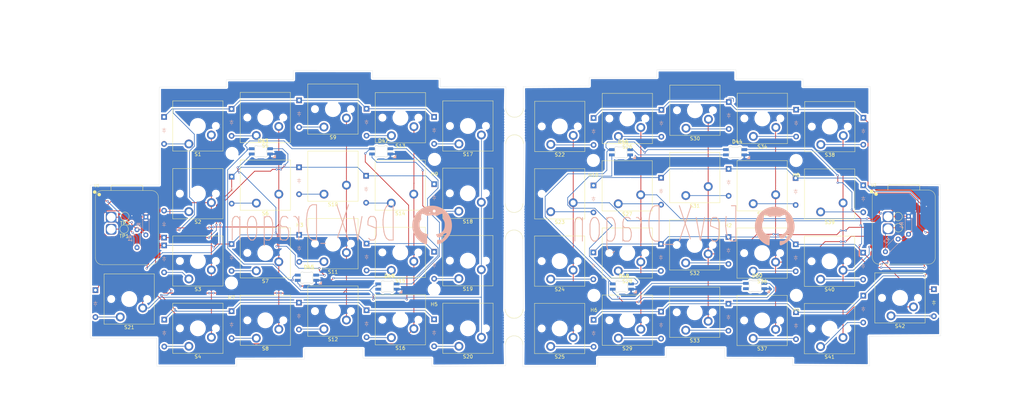
<source format=kicad_pcb>
(kicad_pcb (version 20241229) (generator "pcbnew") (generator_version "9.0")
  (layers (0 "F.Cu" signal) (2 "B.Cu" signal) (13 "F.Paste" user) (15 "B.Paste" user) (5 "F.SilkS" user "F.Silkscreen") (7 "B.SilkS" user "B.Silkscreen") (1 "F.Mask" user) (3 "B.Mask" user) (25 "Edge.Cuts" user))
  (net 0 "")
  (net 1 "Net-(D1-A)")
  (net 2 "/right/ROW0")
  (net 3 "Net-(D2-A)")
  (net 4 "/right/ROW1")
  (net 5 "/right/ROW2")
  (net 6 "Net-(D3-A)")
  (net 7 "/right/ROW3")
  (net 8 "Net-(D4-A)")
  (net 9 "Net-(D5-A)")
  (net 10 "Net-(D6-A)")
  (net 11 "Net-(D7-A)")
  (net 12 "Net-(D8-A)")
  (net 13 "Net-(D9-A)")
  (net 14 "Net-(D10-A)")
  (net 15 "Net-(D11-A)")
  (net 16 "Net-(D12-A)")
  (net 17 "Net-(D13-A)")
  (net 18 "Net-(D14-A)")
  (net 19 "Net-(D15-A)")
  (net 20 "Net-(D16-A)")
  (net 21 "Net-(D17-A)")
  (net 22 "Net-(D18-A)")
  (net 23 "Net-(D19-A)")
  (net 24 "Net-(D20-A)")
  (net 25 "/right/ROW4")
  (net 26 "Net-(D21-A)")
  (net 27 "Net-(D22-A)")
  (net 28 "/left/ROW0")
  (net 29 "Net-(D23-A)")
  (net 30 "/left/ROW1")
  (net 31 "/left/ROW2")
  (net 32 "Net-(D24-A)")
  (net 33 "Net-(D25-A)")
  (net 34 "/left/ROW3")
  (net 35 "Net-(D26-A)")
  (net 36 "Net-(D27-A)")
  (net 37 "Net-(D28-A)")
  (net 38 "Net-(D29-A)")
  (net 39 "Net-(D30-A)")
  (net 40 "Net-(D31-A)")
  (net 41 "Net-(D32-A)")
  (net 42 "Net-(D33-A)")
  (net 43 "Net-(D34-A)")
  (net 44 "Net-(D35-A)")
  (net 45 "Net-(D36-A)")
  (net 46 "Net-(D37-A)")
  (net 47 "Net-(D38-A)")
  (net 48 "Net-(D39-A)")
  (net 49 "Net-(D40-A)")
  (net 50 "Net-(D41-A)")
  (net 51 "Net-(D42-A)")
  (net 52 "/left/ROW4")
  (net 53 "/right/BT_PIN")
  (net 54 "/right/VBAT")
  (net 55 "/left/VBAT")
  (net 56 "/left/BT_PIN")
  (net 57 "GND")
  (net 58 "/right/COL0")
  (net 59 "/right/COL1")
  (net 60 "/right/COL2")
  (net 61 "/right/COL3")
  (net 62 "/right/COL4")
  (net 63 "/left/COL0")
  (net 64 "/left/COL1")
  (net 65 "/left/COL2")
  (net 66 "/left/COL3")
  (net 67 "/left/COL4")
  (net 82 "/right/LED-DATA")
  (net 83 "/right/+5V")
  (net 84 "Net-(D43-DOUT)")
  (net 85 "/left/+5V")
  (net 86 "/left/LED-DATA")
  (net 87 "Net-(D44-DOUT)")
  (net 88 "Net-(D45-DOUT)")
  (net 89 "Net-(D46-DOUT)")
  (net 90 "Net-(D47-DOUT)")
  (net 91 "Net-(D48-DOUT)")
  (footprint "SK6812 Mini-E:SK6812MINI-E_fixed" (layer "F.Cu") (at 175.5 150.25)
    (property "Reference" "D49")
    (property "Value" "SK6812MINI-E")
    (fp_line (start -1.699998 0.6) (end -1.699998 -0.805684) (stroke (width 0.1)) (layer "Edge.Cuts"))
    (fp_line (start -0.794451 -1.602841) (end 0.794454 -1.602841) (stroke (width 0.1)) (layer "Edge.Cuts"))
    (fp_line (start 0.794453 1.397158) (end -0.794451 1.397158) (stroke (width 0.1)) (layer "Edge.Cuts"))
    (fp_line (start 1.7 -0.805684) (end 1.7 0.6) (stroke (width 0.1)) (layer "Edge.Cuts"))
    (fp_arc (start -1.749483 -1.022562) (mid -1.712526 -0.91691) (end -1.699998 -0.805684) (stroke (width 0.1)) (layer "Edge.Cuts"))
    (fp_arc (start -1.749483 -1.022562) (mid -1.63807 -1.606877) (end -1.04671 -1.671141) (stroke (width 0.1)) (layer "Edge.Cuts"))
    (fp_arc (start -1.699998 0.600001) (mid -1.712526 0.711226) (end -1.749483 0.816878) (stroke (width 0.1)) (layer "Edge.Cuts"))
    (fp_arc (start -1.04671 1.465455) (mid -1.638069 1.401192) (end -1.749483 0.816878) (stroke (width 0.1)) (layer "Edge.Cuts"))
    (fp_arc (start -1.046709 1.465457) (mid -0.925121 1.414535) (end -0.794451 1.397158) (stroke (width 0.1)) (layer "Edge.Cuts"))
    (fp_arc (start -0.794452 -1.602842) (mid -0.925122 -1.620219) (end -1.04671 -1.671141) (stroke (width 0.1)) (layer "Edge.Cuts"))
    (fp_arc (start 0.794453 1.397158) (mid 0.925124 1.414535) (end 1.046712 1.465457) (stroke (width 0.1)) (layer "Edge.Cuts"))
    (fp_arc (start 1.046712 -1.67114) (mid 0.925124 -1.620218) (end 0.794454 -1.602841) (stroke (width 0.1)) (layer "Edge.Cuts"))
    (fp_arc (start 1.046712 -1.67114) (mid 1.638072 -1.606876) (end 1.749485 -1.022562) (stroke (width 0.1)) (layer "Edge.Cuts"))
    (fp_arc (start 1.7 -0.805685) (mid 1.712528 -0.91691) (end 1.749485 -1.022562) (stroke (width 0.1)) (layer "Edge.Cuts"))
    (fp_arc (start 1.749485 0.816877) (mid 1.638073 1.401193) (end 1.046712 1.465457) (stroke (width 0.1)) (layer "Edge.Cuts"))
    (fp_arc (start 1.749485 0.816878) (mid 1.712528 0.711226) (end 1.7 0.6) (stroke (width 0.1)) (layer "Edge.Cuts"))
  )
  (footprint "Pannelization 2:mouse-bite-5mm-slot" (layer "F.Cu") (at 211.32 161.57 90)
    (property "Reference" "H15" (hide yes))
    (property "Value" "BREAK OFF" (hide yes))
  )
  (footprint "ScottoKeebs_MX:MX_PCB_1.00u" (layer "F.Cu") (at 224.17 162 180)
    (property "Reference" "S25")
    (property "Value" "~")
  )
  (footprint "ScottoKeebs_MX:MX_PCB_1.00u" (layer "F.Cu") (at 224.2 104.85 180)
    (property "Reference" "S22")
    (property "Value" "~")
  )
  (footprint "ScottoKeebs_MX:MX_PCB_1.00u" (layer "F.Cu") (at 160.11 99.94 180)
    (property "Reference" "S9")
    (property "Value" "~")
  )
  (footprint "ScottoKeebs_MX:MX_PCB_1.00u" (layer "F.Cu") (at 141 102.32 180)
    (property "Reference" "S5")
    (property "Value" "~")
  )
  (footprint "SK6812 Mini-E:SK6812MINI-E_fixed" (layer "F.Cu") (at 241.5 112.25)
    (property "Reference" "D46")
    (property "Value" "SK6812MINI-E")
    (fp_line (start -1.699998 0.6) (end -1.699998 -0.805684) (stroke (width 0.1)) (layer "Edge.Cuts"))
    (fp_line (start -0.794451 -1.602841) (end 0.794454 -1.602841) (stroke (width 0.1)) (layer "Edge.Cuts"))
    (fp_line (start 0.794453 1.397158) (end -0.794451 1.397158) (stroke (width 0.1)) (layer "Edge.Cuts"))
    (fp_line (start 1.7 -0.805684) (end 1.7 0.6) (stroke (width 0.1)) (layer "Edge.Cuts"))
    (fp_arc (start -1.749483 -1.022562) (mid -1.712526 -0.91691) (end -1.699998 -0.805684) (stroke (width 0.1)) (layer "Edge.Cuts"))
    (fp_arc (start -1.749483 -1.022562) (mid -1.63807 -1.606877) (end -1.04671 -1.671141) (stroke (width 0.1)) (layer "Edge.Cuts"))
    (fp_arc (start -1.699998 0.600001) (mid -1.712526 0.711226) (end -1.749483 0.816878) (stroke (width 0.1)) (layer "Edge.Cuts"))
    (fp_arc (start -1.04671 1.465455) (mid -1.638069 1.401192) (end -1.749483 0.816878) (stroke (width 0.1)) (layer "Edge.Cuts"))
    (fp_arc (start -1.046709 1.465457) (mid -0.925121 1.414535) (end -0.794451 1.397158) (stroke (width 0.1)) (layer "Edge.Cuts"))
    (fp_arc (start -0.794452 -1.602842) (mid -0.925122 -1.620219) (end -1.04671 -1.671141) (stroke (width 0.1)) (layer "Edge.Cuts"))
    (fp_arc (start 0.794453 1.397158) (mid 0.925124 1.414535) (end 1.046712 1.465457) (stroke (width 0.1)) (layer "Edge.Cuts"))
    (fp_arc (start 1.046712 -1.67114) (mid 0.925124 -1.620218) (end 0.794454 -1.602841) (stroke (width 0.1)) (layer "Edge.Cuts"))
    (fp_arc (start 1.046712 -1.67114) (mid 1.638072 -1.606876) (end 1.749485 -1.022562) (stroke (width 0.1)) (layer "Edge.Cuts"))
    (fp_arc (start 1.7 -0.805685) (mid 1.712528 -0.91691) (end 1.749485 -1.022562) (stroke (width 0.1)) (layer "Edge.Cuts"))
    (fp_arc (start 1.749485 0.816877) (mid 1.638073 1.401193) (end 1.046712 1.465457) (stroke (width 0.1)) (layer "Edge.Cuts"))
    (fp_arc (start 1.749485 0.816878) (mid 1.712528 0.711226) (end 1.7 0.6) (stroke (width 0.1)) (layer "Edge.Cuts"))
  )
  (footprint "ScottoKeebs_MX:MX_PCB_1.00u" (layer "F.Cu") (at 300.5 104.9 180)
    (property "Reference" "S38")
    (property "Value" "~")
  )
  (footprint "ScottoKeebs_MX:MX_PCB_1.00u" (layer "F.Cu") (at 141.01 159.69 180)
    (property "Reference" "S8")
    (property "Value" "~")
  )
  (footprint "ScottoKeebs_MX:MX_PCB_1.00u" (layer "F.Cu") (at 281.38 159.73 180)
    (property "Reference" "S37")
    (property "Value" "~")
  )
  (footprint "ScottoKeebs_MX:MX_PCB_1.00u" (layer "F.Cu") (at 160.12 118.92 180)
    (property "Reference" "S10")
    (property "Value" "~")
  )
  (footprint "ScottoKeebs_MX:MX_PCB_1.00u" (layer "F.Cu") (at 121.95 161.96 180)
    (property "Reference" "S4")
    (property "Value" "~")
  )
  (footprint "ScottoKeebs_MX:MX_PCB_1.00u" (layer "F.Cu") (at 224.17 142.95 180)
    (property "Reference" "S24")
    (property "Value" "~")
  )
  (footprint "ScottoKeebs_MX:MX_PCB_1.00u" (layer "F.Cu") (at 179.13 121.45 180)
    (property "Reference" "S14")
    (property "Value" "~")
  )
  (footprint "ScottoKeebs_MX:MX_PCB_1.00u" (layer "F.Cu") (at 300.43 162.04 180)
    (property "Reference" "S41")
    (property "Value" "~")
  )
  (footprint "ScottoKeebs_MX:MX_PCB_1.00u" (layer "F.Cu") (at 141 140.61 180)
    (property "Reference" "S7")
    (property "Value" "~")
  )
  (footprint "Pannelization 2:mouse-bite-5mm-slot" (layer "F.Cu") (at 211.29 131.67 90)
    (property "Reference" "H14" (hide yes))
    (property "Value" "BREAK OFF" (hide yes))
  )
  (footprint "Modified XIAO-nRF52840-SMD:modified-XIAO-nRF52840-SMD" (layer "F.Cu") (at 101.955 133.5331)
    (property "Reference" "U1")
    (property "Value" "XIAO-nRF52840-SMD")
  )
  (footprint "Pannelization 2:mouse-bite-5mm-slot" (layer "F.Cu") (at 211.43 104.74 90)
    (property "Reference" "H16" (hide yes))
    (property "Value" "BREAK OFF" (hide yes))
  )
  (footprint "ScottoKeebs_MX:MX_PCB_1.00u" (layer "F.Cu") (at 281.38 140.68 180)
    (property "Reference" "S36")
    (property "Value" "~")
  )
  (footprint "SK6812 Mini-E:SK6812MINI-E_fixed" (layer "F.Cu") (at 152.75 147.75)
    (property "Reference" "D45")
    (property "Value" "SK6812MINI-E")
    (fp_line (start -1.699998 0.6) (end -1.699998 -0.805684) (stroke (width 0.1)) (layer "Edge.Cuts"))
    (fp_line (start -0.794451 -1.602841) (end 0.794454 -1.602841) (stroke (width 0.1)) (layer "Edge.Cuts"))
    (fp_line (start 0.794453 1.397158) (end -0.794451 1.397158) (stroke (width 0.1)) (layer "Edge.Cuts"))
    (fp_line (start 1.7 -0.805684) (end 1.7 0.6) (stroke (width 0.1)) (layer "Edge.Cuts"))
    (fp_arc (start -1.749483 -1.022562) (mid -1.712526 -0.91691) (end -1.699998 -0.805684) (stroke (width 0.1)) (layer "Edge.Cuts"))
    (fp_arc (start -1.749483 -1.022562) (mid -1.63807 -1.606877) (end -1.04671 -1.671141) (stroke (width 0.1)) (layer "Edge.Cuts"))
    (fp_arc (start -1.699998 0.600001) (mid -1.712526 0.711226) (end -1.749483 0.816878) (stroke (width 0.1)) (layer "Edge.Cuts"))
    (fp_arc (start -1.04671 1.465455) (mid -1.638069 1.401192) (end -1.749483 0.816878) (stroke (width 0.1)) (layer "Edge.Cuts"))
    (fp_arc (start -1.046709 1.465457) (mid -0.925121 1.414535) (end -0.794451 1.397158) (stroke (width 0.1)) (layer "Edge.Cuts"))
    (fp_arc (start -0.794452 -1.602842) (mid -0.925122 -1.620219) (end -1.04671 -1.671141) (stroke (width 0.1)) (layer "Edge.Cuts"))
    (fp_arc (start 0.794453 1.397158) (mid 0.925124 1.414535) (end 1.046712 1.465457) (stroke (width 0.1)) (layer "Edge.Cuts"))
    (fp_arc (start 1.046712 -1.67114) (mid 0.925124 -1.620218) (end 0.794454 -1.602841) (stroke (width 0.1)) (layer "Edge.Cuts"))
    (fp_arc (start 1.046712 -1.67114) (mid 1.638072 -1.606876) (end 1.749485 -1.022562) (stroke (width 0.1)) (layer "Edge.Cuts"))
    (fp_arc (start 1.7 -0.805685) (mid 1.712528 -0.91691) (end 1.749485 -1.022562) (stroke (width 0.1)) (layer "Edge.Cuts"))
    (fp_arc (start 1.749485 0.816877) (mid 1.638073 1.401193) (end 1.046712 1.465457) (stroke (width 0.1)) (layer "Edge.Cuts"))
    (fp_arc (start 1.749485 0.816878) (mid 1.712528 0.711226) (end 1.7 0.6) (stroke (width 0.1)) (layer "Edge.Cuts"))
  )
  (footprint "ScottoKeebs_MX:MX_PCB_1.00u" (layer "F.Cu") (at 102.55 153.67 180)
    (property "Reference" "S21")
    (property "Value" "~")
  )
  (footprint "ScottoKeebs_MX:MX_PCB_1.00u" (layer "F.Cu") (at 160.11 138 180)
    (property "Reference" "S11")
    (property "Value" "~")
  )
  (footprint "ScottoKeebs_MX:MX_PCB_1.00u" (layer "F.Cu") (at 281.44 102.58 180)
    (property "Reference" "S34")
    (property "Value" "~")
  )
  (footprint "TestPoint:TestPoint_Pad_D2.0mm" (layer "F.Cu") (at 101.11 133.88 180)
    (property "Reference" "TP1")
    (property "Value" "BAT")
  )
  (footprint "ScottoKeebs_MX:MX_PCB_1.00u" (layer "F.Cu") (at 262.32 138.37 180)
    (property "Reference" "S32")
    (property "Value" "~")
  )
  (footprint "ScottoKeebs_MX:MX_PCB_1.00u" (layer "F.Cu") (at 121.95 123.86 180)
    (property "Reference" "S2")
    (property "Value" "~")
  )
  (footprint "Modified XIAO-nRF52840-SMD:modified-XIAO-nRF52840-SMD" (layer "F.Cu") (at 321.465 133.3985)
    (property "Reference" "U2")
    (property "Value" "XIAO-nRF52840-SMD")
  )
  (footprint "TestPoint:TestPoint_Pad_D2.0mm" (layer "F.Cu") (at 319.89 133.51 180)
    (property "Reference" "TP2" (hide yes))
    (property "Value" "BAT" (hide yes))
  )
  (footprint "SK6812 Mini-E:SK6812MINI-E_fixed" (layer "F.Cu") (at 273.75 112.25)
    (property "Reference" "D44")
    (property "Value" "SK6812MINI-E")
    (fp_line (start -1.699998 0.6) (end -1.699998 -0.805684) (stroke (width 0.1)) (layer "Edge.Cuts"))
    (fp_line (start -0.794451 -1.602841) (end 0.794454 -1.602841) (stroke (width 0.1)) (layer "Edge.Cuts"))
    (fp_line (start 0.794453 1.397158) (end -0.794451 1.397158) (stroke (width 0.1)) (layer "Edge.Cuts"))
    (fp_line (start 1.7 -0.805684) (end 1.7 0.6) (stroke (width 0.1)) (layer "Edge.Cuts"))
    (fp_arc (start -1.749483 -1.022562) (mid -1.712526 -0.91691) (end -1.699998 -0.805684) (stroke (width 0.1)) (layer "Edge.Cuts"))
    (fp_arc (start -1.749483 -1.022562) (mid -1.63807 -1.606877) (end -1.04671 -1.671141) (stroke (width 0.1)) (layer "Edge.Cuts"))
    (fp_arc (start -1.699998 0.600001) (mid -1.712526 0.711226) (end -1.749483 0.816878) (stroke (width 0.1)) (layer "Edge.Cuts"))
    (fp_arc (start -1.04671 1.465455) (mid -1.638069 1.401192) (end -1.749483 0.816878) (stroke (width 0.1)) (layer "Edge.Cuts"))
    (fp_arc (start -1.046709 1.465457) (mid -0.925121 1.414535) (end -0.794451 1.397158) (stroke (width 0.1)) (layer "Edge.Cuts"))
    (fp_arc (start -0.794452 -1.602842) (mid -0.925122 -1.620219) (end -1.04671 -1.671141) (stroke (width 0.1)) (layer "Edge.Cuts"))
    (fp_arc (start 0.794453 1.397158) (mid 0.925124 1.414535) (end 1.046712 1.465457) (stroke (width 0.1)) (layer "Edge.Cuts"))
    (fp_arc (start 1.046712 -1.67114) (mid 0.925124 -1.620218) (end 0.794454 -1.602841) (stroke (width 0.1)) (layer "Edge.Cuts"))
    (fp_arc (start 1.046712 -1.67114) (mid 1.638072 -1.606876) (end 1.749485 -1.022562) (stroke (width 0.1)) (layer "Edge.Cuts"))
    (fp_arc (start 1.7 -0.805685) (mid 1.712528 -0.91691) (end 1.749485 -1.022562) (stroke (width 0.1)) (layer "Edge.Cuts"))
    (fp_arc (start 1.749485 0.816877) (mid 1.638073 1.401193) (end 1.046712 1.465457) (stroke (width 0.1)) (layer "Edge.Cuts"))
    (fp_arc (start 1.749485 0.816878) (mid 1.712528 0.711226) (end 1.7 0.6) (stroke (width 0.1)) (layer "Edge.Cuts"))
  )
  (footprint "ScottoKeebs_MX:MX_PCB_1.00u" (layer "F.Cu") (at 243.26 121.65 180)
    (property "Reference" "S27")
    (property "Value" "~")
  )
  (footprint "TestPoint:TestPoint_Pad_D2.0mm" (layer "F.Cu") (at 101.31 130.27 180)
    (property "Reference" "TP3")
    (property "Value" "GND")
  )
  (footprint "MountingHole:MountingHole_3.2mm_M3" (layer "F.Cu") (at 188.82 114.16 180)
    (property "Reference" "H9")
    (property "Value" "MountingHole_M3")
  )
  (footprint "MountingHole:MountingHole_3.2mm_M3" (layer "F.Cu") (at 233.85 152.64 180)
    (property "Reference" "H6")
    (property "Value" "MountingHole_M3")
  )
  (footprint "ScottoKeebs_MX:MX_PCB_1.00u" (layer "F.Cu") (at 320.33 153.35 180)
    (property "Reference" "S42")
    (property "Value" "~")
  )
  (footprint "ScottoKeebs_MX:MX_PCB_1.00u" (layer "F.Cu") (at 160.11 157.09 180)
    (property "Reference" "S12")
    (property "Value" "~")
  )
  (footprint "SK6812 Mini-E:SK6812MINI-E_fixed" (layer "F.Cu") (at 173.75 112)
    (property "Reference" "D47")
    (property "Value" "SK6812MINI-E")
    (fp_line (start -1.699998 0.6) (end -1.699998 -0.805684) (stroke (width 0.1)) (layer "Edge.Cuts"))
    (fp_line (start -0.794451 -1.602841) (end 0.794454 -1.602841) (stroke (width 0.1)) (layer "Edge.Cuts"))
    (fp_line (start 0.794453 1.397158) (end -0.794451 1.397158) (stroke (width 0.1)) (layer "Edge.Cuts"))
    (fp_line (start 1.7 -0.805684) (end 1.7 0.6) (stroke (width 0.1)) (layer "Edge.Cuts"))
    (fp_arc (start -1.749483 -1.022562) (mid -1.712526 -0.91691) (end -1.699998 -0.805684) (stroke (width 0.1)) (layer "Edge.Cuts"))
    (fp_arc (start -1.749483 -1.022562) (mid -1.63807 -1.606877) (end -1.04671 -1.671141) (stroke (width 0.1)) (layer "Edge.Cuts"))
    (fp_arc (start -1.699998 0.600001) (mid -1.712526 0.711226) (end -1.749483 0.816878) (stroke (width 0.1)) (layer "Edge.Cuts"))
    (fp_arc (start -1.04671 1.465455) (mid -1.638069 1.401192) (end -1.749483 0.816878) (stroke (width 0.1)) (layer "Edge.Cuts"))
    (fp_arc (start -1.046709 1.465457) (mid -0.925121 1.414535) (end -0.794451 1.397158) (stroke (width 0.1)) (layer "Edge.Cuts"))
    (fp_arc (start -0.794452 -1.602842) (mid -0.925122 -1.620219) (end -1.04671 -1.671141) (stroke (width 0.1)) (layer "Edge.Cuts"))
    (fp_arc (start 0.794453 1.397158) (mid 0.925124 1.414535) (end 1.046712 1.465457) (stroke (width 0.1)) (layer "Edge.Cuts"))
    (fp_arc (start 1.046712 -1.67114) (mid 0.925124 -1.620218) (end 0.794454 -1.602841) (stroke (width 0.1)) (layer "Edge.Cuts"))
    (fp_arc (start 1.046712 -1.67114) (mid 1.638072 -1.606876) (end 1.749485 -1.022562) (stroke (width 0.1)) (layer "Edge.Cuts"))
    (fp_arc (start 1.7 -0.805685) (mid 1.712528 -0.91691) (end 1.749485 -1.022562) (stroke (width 0.1)) (layer "Edge.Cuts"))
    (fp_arc (start 1.749485 0.816877) (mid 1.638073 1.401193) (end 1.046712 1.465457) (stroke (width 0.1)) (layer "Edge.Cuts"))
    (fp_arc (start 1.749485 0.816878) (mid 1.712528 0.711226) (end 1.7 0.6) (stroke (width 0.1)) (layer "Edge.Cuts"))
  )
  (footprint "MountingHole:MountingHole_3.2mm_M3" (layer "F.Cu") (at 291.05 152.63 180)
    (property "Reference" "H4")
    (property "Value" "MountingHole_M3")
  )
  (footprint "ScottoKeebs_MX:MX_PCB_1.00u" (layer "F.Cu") (at 243.3 102.6 180)
    (property "Reference" "S26")
    (property "Value" "~")
  )
  (footprint "ScottoKeebs_MX:MX_PCB_1.00u" (layer "F.Cu") (at 121.95 142.91 180)
    (property "Reference" "S3")
    (property "Value" "~")
  )
  (footprint "ScottoKeebs_MX:MX_PCB_1.00u" (layer "F.Cu") (at 262.4 100.27 180)
    (property "Reference" "S30")
    (property "Value" "~")
  )
  (footprint "SK6812 Mini-E:SK6812MINI-E_fixed" (layer "F.Cu") (at 279.399999 150.102842)
    (property "Reference" "D50")
    (property "Value" "SK6812MINI-E")
    (fp_line (start -1.699998 0.6) (end -1.699998 -0.805684) (stroke (width 0.1)) (layer "Edge.Cuts"))
    (fp_line (start -0.794451 -1.602841) (end 0.794454 -1.602841) (stroke (width 0.1)) (layer "Edge.Cuts"))
    (fp_line (start 0.794453 1.397158) (end -0.794451 1.397158) (stroke (width 0.1)) (layer "Edge.Cuts"))
    (fp_line (start 1.7 -0.805684) (end 1.7 0.6) (stroke (width 0.1)) (layer "Edge.Cuts"))
    (fp_arc (start -1.749483 -1.022562) (mid -1.712526 -0.91691) (end -1.699998 -0.805684) (stroke (width 0.1)) (layer "Edge.Cuts"))
    (fp_arc (start -1.749483 -1.022562) (mid -1.63807 -1.606877) (end -1.04671 -1.671141) (stroke (width 0.1)) (layer "Edge.Cuts"))
    (fp_arc (start -1.699998 0.600001) (mid -1.712526 0.711226) (end -1.749483 0.816878) (stroke (width 0.1)) (layer "Edge.Cuts"))
    (fp_arc (start -1.04671 1.465455) (mid -1.638069 1.401192) (end -1.749483 0.816878) (stroke (width 0.1)) (layer "Edge.Cuts"))
    (fp_arc (start -1.046709 1.465457) (mid -0.925121 1.414535) (end -0.794451 1.397158) (stroke (width 0.1)) (layer "Edge.Cuts"))
    (fp_arc (start -0.794452 -1.602842) (mid -0.925122 -1.620219) (end -1.04671 -1.671141) (stroke (width 0.1)) (layer "Edge.Cuts"))
    (fp_arc (start 0.794453 1.397158) (mid 0.925124 1.414535) (end 1.046712 1.465457) (stroke (width 0.1)) (layer "Edge.Cuts"))
    (fp_arc (start 1.046712 -1.67114) (mid 0.925124 -1.620218) (end 0.794454 -1.602841) (stroke (width 0.1)) (layer "Edge.Cuts"))
    (fp_arc (start 1.046712 -1.67114) (mid 1.638072 -1.606876) (end 1.749485 -1.022562) (stroke (width 0.1)) (layer "Edge.Cuts"))
    (fp_arc (start 1.7 -0.805685) (mid 1.712528 -0.91691) (end 1.749485 -1.022562) (stroke (width 0.1)) (layer "Edge.Cuts"))
    (fp_arc (start 1.749485 0.816877) (mid 1.638073 1.401193) (end 1.046712 1.465457) (stroke (width 0.1)) (layer "Edge.Cuts"))
    (fp_arc (start 1.749485 0.816878) (mid 1.712528 0.711226) (end 1.7 0.6) (stroke (width 0.1)) (layer "Edge.Cuts"))
  )
  (footprint "ScottoKeebs_MX:MX_PCB_1.00u" (layer "F.Cu") (at 243.3 159.66 180)
    (property "Reference" "S29")
    (property "Value" "~")
  )
  (footprint "ScottoKeebs_MX:MX_PCB_1.00u" (layer "F.Cu") (at 198.22 123.76 180)
    (property "Reference" "S18")
    (property "Value" "~")
  )
  (footprint "MountingHole:MountingHole_3.2mm_M3" (layer "F.Cu") (at 188.7 151.01 180)
    (property "Reference" "H5")
    (property "Value" "MountingHole_M3")
  )
  (footprint "ScottoKeebs_MX:MX_PCB_1.00u" (layer "F.Cu") (at 198.25 104.72 180)
    (property "Reference" "S17")
    (property "Value" "~")
  )
  (footprint "MountingHole:MountingHole_3.2mm_M3" (layer "F.Cu") (at 131.44 149.13 180)
    (property "Reference" "H7")
    (property "Value" "MountingHole_M3")
  )
  (footprint "ScottoKeebs_MX:MX_PCB_1.00u" (layer "F.Cu") (at 121.94 104.72 180)
    (property "Reference" "S1")
    (property "Value" "~")
  )
  (footprint "MountingHole:MountingHole_3.2mm_M3" (layer "F.Cu") (at 290.99 114.48 180)
    (property "Reference" "H8")
    (property "Value" "MountingHole_M3")
  )
  (footprint "ScottoKeebs_MX:MX_PCB_1.00u" (layer "F.Cu") (at 300.45 123.95 180)
    (property "Reference" "S39")
    (property "Value" "~")
  )
  (footprint "ScottoKeebs_MX:MX_PCB_1.00u" (layer "F.Cu") (at 243.28 140.65 180)
    (property "Reference" "S28")
    (property "Value" "~")
  )
  (footprint "SK6812 Mini-E:SK6812MINI-E_fixed" (layer "F.Cu") (at 139.75 112)
    (property "Reference" "D43")
    (property "Value" "SK6812MINI-E")
    (fp_line (start -1.699998 0.6) (end -1.699998 -0.805684) (stroke (width 0.1)) (layer "Edge.Cuts"))
    (fp_line (start -0.794451 -1.602841) (end 0.794454 -1.602841) (stroke (width 0.1)) (layer "Edge.Cuts"))
    (fp_line (start 0.794453 1.397158) (end -0.794451 1.397158) (stroke (width 0.1)) (layer "Edge.Cuts"))
    (fp_line (start 1.7 -0.805684) (end 1.7 0.6) (stroke (width 0.1)) (layer "Edge.Cuts"))
    (fp_arc (start -1.749483 -1.022562) (mid -1.712526 -0.91691) (end -1.699998 -0.805684) (stroke (width 0.1)) (layer "Edge.Cuts"))
    (fp_arc (start -1.749483 -1.022562) (mid -1.63807 -1.606877) (end -1.04671 -1.671141) (stroke (width 0.1)) (layer "Edge.Cuts"))
    (fp_arc (start -1.699998 0.600001) (mid -1.712526 0.711226) (end -1.749483 0.816878) (stroke (width 0.1)) (layer "Edge.Cuts"))
    (fp_arc (start -1.04671 1.465455) (mid -1.638069 1.401192) (end -1.749483 0.816878) (stroke (width 0.1)) (layer "Edge.Cuts"))
    (fp_arc (start -1.046709 1.465457) (mid -0.925121 1.414535) (end -0.794451 1.397158) (stroke (width 0.1)) (layer "Edge.Cuts"))
    (fp_arc (start -0.794452 -1.602842) (mid -0.925122 -1.620219) (end -1.04671 -1.671141) (stroke (width 0.1)) (layer "Edge.Cuts"))
    (fp_arc (start 0.794453 1.397158) (mid 0.925124 1.414535) (end 1.046712 1.465457) (stroke (width 0.1)) (layer "Edge.Cuts"))
    (fp_arc (start 1.046712 -1.67114) (mid 0.925124 -1.620218) (end 0.794454 -1.602841) (stroke (width 0.1)) (layer "Edge.Cuts"))
    (fp_arc (start 1.046712 -1.67114) (mid 1.638072 -1.606876) (end 1.749485 -1.022562) (stroke (width 0.1)) (layer "Edge.Cuts"))
    (fp_arc (start 1.7 -0.805685) (mid 1.712528 -0.91691) (end 1.749485 -1.022562) (stroke (width 0.1)) (layer "Edge.Cuts"))
    (fp_arc (start 1.749485 0.816877) (mid 1.638073 1.401193) (end 1.046712 1.465457) (stroke (width 0.1)) (layer "Edge.Cuts"))
    (fp_arc (start 1.749485 0.816878) (mid 1.712528 0.711226) (end 1.7 0.6) (stroke (width 0.1)) (layer "Edge.Cuts"))
  )
  (footprint "ScottoKeebs_MX:MX_PCB_1.00u" (layer "F.Cu") (at 300.43 142.99 180)
    (property "Reference" "S40")
    (property "Value" "~")
  )
  (footprint "ScottoKeebs_MX:MX_PCB_1.00u" (layer "F.Cu") (at 179.15 140.48 180)
    (property "Reference" "S15")
    (property "Value" "~")
  )
  (footprint "ScottoKeebs_MX:MX_PCB_1.00u" (layer "F.Cu") (at 179.17 159.53 180)
    (property "Reference" "S16")
    (property "Value" "~")
  )
  (footprint "TestPoint:TestPoint_Pad_D2.0mm" (layer "F.Cu") (at 319.79 130.34 180)
    (property "Reference" "TP4" (hide yes))
    (property "Value" "GND" (hide yes))
  )
  (footprint "ScottoKeebs_MX:MX_PCB_1.00u" (layer "F.Cu") (at 262.33 157.42 180)
    (property "Reference" "S33")
    (property "Value" "~")
  )
  (footprint "ScottoKeebs_MX:MX_PCB_1.00u" (layer "F.Cu") (at 262.35 119.32 180)
    (property "Reference" "S31")
    (property "Value" "~")
  )
  (footprint "MountingHole:MountingHole_3.2mm_M3" (layer "F.Cu") (at 131.61 112.48 180)
    (property "Reference" "H1" (hide yes))
    (property "Value" "MountingHole_M3" (hide yes))
  )
  (footprint "ScottoKeebs_MX:MX_PCB_1.00u" (layer "F.Cu") (at 198.26 161.96 180)
    (property "Reference" "S20")
    (property "Value" "~")
  )
  (footprint "MountingHole:MountingHole_3.2mm_M3" (layer "F.Cu") (at 271.82 128.71 180)
    (property "Reference" "H2")
    (property "Value" "MountingHole_M3")
  )
  (footprint "ScottoKeebs_Components:Diode_DO-35" (layer "F.Cu") (at 329.91 150.91 -90)
    (property "Reference" "D42" (hide yes))
    (property "Value" "~" (hide yes))
  )
  (footprint "MountingHole:MountingHole_3.2mm_M3" (layer "F.Cu") (at 150.74 128.59 180)
    (property "Reference" "H3")
    (property "Value" "MountingHole_M3")
  )
  (footprint "ScottoKeebs_MX:MX_PCB_1.00u" (layer "F.Cu") (at 224.18 123.9 180)
    (property "Reference" "S23")
    (property "Value" "~")
  )
  (footprint "ScottoKeebs_MX:MX_PCB_1.00u" (layer "F.Cu") (at 141.01 121.46 180)
    (property "Reference" "S6")
    (property "Value" "~")
  )
  (footprint "ScottoKeebs_MX:MX_PCB_1.00u" (layer "F.Cu") (at 198.23 142.82 180)
    (property "Reference" "S19")
    (property "Value" "~")
  )
  (footprint "ScottoKeebs_MX:MX_PCB_1.00u" (layer "F.Cu") (at 281.4 121.63 180)
    (property "Reference" "S35")
    (property "Value" "~")
  )
  (footprint "SK6812 Mini-E:SK6812MINI-E_fixed" (layer "F.Cu") (at 241.75 150.25)
    (property "Reference" "D48")
    (property "Value" "SK6812MINI-E")
    (fp_line (start -1.699998 0.6) (end -1.699998 -0.805684) (stroke (width 0.1)) (layer "Edge.Cuts"))
    (fp_line (start -0.794451 -1.602841) (end 0.794454 -1.602841) (stroke (width 0.1)) (layer "Edge.Cuts"))
    (fp_line (start 0.794453 1.397158) (end -0.794451 1.397158) (stroke (width 0.1)) (layer "Edge.Cuts"))
    (fp_line (start 1.7 -0.805684) (end 1.7 0.6) (stroke (width 0.1)) (layer "Edge.Cuts"))
    (fp_arc (start -1.749483 -1.022562) (mid -1.712526 -0.91691) (end -1.699998 -0.805684) (stroke (width 0.1)) (layer "Edge.Cuts"))
    (fp_arc (start -1.749483 -1.022562) (mid -1.63807 -1.606877) (end -1.04671 -1.671141) (stroke (width 0.1)) (layer "Edge.Cuts"))
    (fp_arc (start -1.699998 0.600001) (mid -1.712526 0.711226) (end -1.749483 0.816878) (stroke (width 0.1)) (layer "Edge.Cuts"))
    (fp_arc (start -1.04671 1.465455) (mid -1.638069 1.401192) (end -1.749483 0.816878) (stroke (width 0.1)) (layer "Edge.Cuts"))
    (fp_arc (start -1.046709 1.465457) (mid -0.925121 1.414535) (end -0.794451 1.397158) (stroke (width 0.1)) (layer "Edge.Cuts"))
    (fp_arc (start -0.794452 -1.602842) (mid -0.925122 -1.620219) (end -1.04671 -1.671141) (stroke (width 0.1)) (layer "Edge.Cuts"))
    (fp_arc (start 0.794453 1.397158) (mid 0.925124 1.414535) (end 1.046712 1.465457) (stroke (width 0.1)) (layer "Edge.Cuts"))
    (fp_arc (start 1.046712 -1.67114) (mid 0.925124 -1.620218) (end 0.794454 -1.602841) (stroke (width 0.1)) (layer "Edge.Cuts"))
    (fp_arc (start 1.046712 -1.67114) (mid 1.638072 -1.606876) (end 1.749485 -1.022562) (stroke (width 0.1)) (layer "Edge.Cuts"))
    (fp_arc (start 1.7 -0.805685) (mid 1.712528 -0.91691) (end 1.749485 -1.022562) (stroke (width 0.1)) (layer "Edge.Cuts"))
    (fp_arc (start 1.749485 0.816877) (mid 1.638073 1.401193) (end 1.046712 1.465457) (stroke (width 0.1)) (layer "Edge.Cuts"))
    (fp_arc (start 1.749485 0.816878) (mid 1.712528 0.711226) (end 1.7 0.6) (stroke (width 0.1)) (layer "Edge.Cuts"))
  )
  (footprint "MountingHole:MountingHole_3.2mm_M3" (layer "F.Cu") (at 233.69 114.47 180)
    (property "Reference" "H10")
    (property "Value" "MountingHole_M3")
  )
  (footprint "ScottoKeebs_MX:MX_PCB_1.00u" (layer "F.Cu") (at 179.18 102.37 180)
    (property "Reference" "S13")
    (property "Value" "~")
  )
  (footprint "ScottoKeebs_Components:Diode_DO-35" (layer "B.Cu") (at 252.83 119.36 -90)
    (property "Reference" "D27" (hide yes))
    (property "Value" "~" (hide yes))
  )
  (footprint "ScottoKeebs_Components:Diode_DO-35" (layer "B.Cu") (at 112.45 159.5 -90)
    (property "Reference" "D4" (hide yes))
    (property "Value" "~" (hide yes))
  )
  (footprint "ScottoKeebs_Components:Diode_DO-35" (layer "B.Cu") (at 112.39 136.29 90)
    (property "Reference" "D2" (hide yes))
    (property "Value" "~" (hide yes))
  )
  (footprint "ScottoKeebs_Components:Diode_DO-35" (layer "B.Cu") (at 290.99 100.1 -90)
    (property "Reference" "D34" (hide yes))
    (property "Value" "~" (hide yes))
  )
  (footprint "ScottoKeebs_Components:Diode_DO-35" (layer "B.Cu") (at 290.88 138.21 -90)
    (property "Reference" "D36" (hide yes))
    (property "Value" "~" (hide yes))
  )
  (footprint "ScottoKeebs_Components:Diode_DO-35" (layer "B.Cu") (at 252.83 157.24 -90)
    (property "Reference" "D29" (hide yes))
    (property "Value" "~" (hide yes))
  )
  (footprint "ScottoKeebs_Components:Diode_DO-35" (layer "B.Cu") (at 309.98 102.39 -90)
    (property "Reference" "D38" (hide yes))
    (property "Value" "~" (hide yes))
  )
  (footprint "ScottoKeebs_Components:Diode_DO-35" (layer "B.Cu") (at 188.7 159.42 -90)
    (property "Reference" "D20" (hide yes))
    (property "Value" "~" (hide yes))
  )
  (footprint "ScottoKeebs_Components:Diode_DO-35" (layer "B.Cu") (at 271.86 155.02 -90)
    (property "Reference" "D33" (hide yes))
    (property "Value" "~" (hide yes))
  )
  (footprint "ScottoKeebs_Components:Diode_DO-35" (layer "B.Cu") (at 169.62 137.97 -90)
    (property "Reference" "D15" (hide yes))
    (property "Value" "~" (hide yes))
  )
  (footprint "Resistor_THT:R_Axial_DIN0204_L3.6mm_D1.6mm_P5.08mm_Horizontal" (layer "B.Cu") (at 322.75 130.25 -90)
    (property "Reference" "R4")
    (property "Value" "2M")
  )
  (footprint "ScottoKeebs_Components:Diode_DO-35" (layer "B.Cu") (at 169.61 156.86 -90)
    (property "Reference" "D16" (hide yes))
    (property "Value" "~" (hide yes))
  )
  (footprint "ScottoKeebs_Components:Diode_DO-35" (layer "B.Cu") (at 188.72 121.17 -90)
    (property "Reference" "D18" (hide yes))
    (property "Value" "~" (hide yes))
  )
  (footprint "ScottoKeebs_Components:Diode_DO-35" (layer "B.Cu") (at 150.56 97.46 -90)
    (property "Reference" "D9" (hide yes))
    (property "Value" "~" (hide yes))
  )
  (footprint "All Custom:Github" (layer "B.Cu") (at 284.94 133.03 180)
    (property "Reference" "G***" (hide yes))
    (property "Value" "LOGO" (hide yes))
  )
  (footprint "Resistor_THT:R_Axial_DIN0204_L3.6mm_D1.6mm_P5.08mm_Horizontal" (layer "B.Cu") (at 107.25 130.46 -90)
    (property "Reference" "R3")
    (property "Value" "2M")
  )
  (footprint "ScottoKeebs_Components:Diode_DO-35" (layer "B.Cu") (at 233.69 140.49 -90)
    (property "Reference" "D24" (hide yes))
    (property "Value" "~" (hide yes))
  )
  (footprint "ScottoKeebs_Components:Diode_DO-35" (layer "B.Cu") (at 309.92 140.55 -90)
    (property "Reference" "D40" (hide yes))
    (property "Value" "~" (hide yes))
  )
  (footprint "ScottoKeebs_Components:Diode_DO-35" (layer "B.Cu") (at 131.46 138.11 -90)
    (property "Reference" "D7" (hide yes))
    (property "Value" "~" (hide yes))
  )
  (footprint "ScottoKeebs_Components:Diode_DO-35" (layer "B.Cu") (at 188.71 140.31 -90)
    (property "Reference" "D19" (hide yes))
    (property "Value" "~" (hide yes))
  )
  (footprint "ScottoKeebs_Components:Diode_DO-35" (layer "B.Cu") (at 309.96 152.71 -90)
    (property "Reference" "D41" (hide yes))
    (property "Value" "~" (hide yes))
  )
  (footprint "Resistor_THT:R_Axial_DIN0204_L3.6mm_D1.6mm_P5.08mm_Horizontal" (layer "B.Cu") (at 319.796051 136.703949 -135)
    (property "Reference" "R2")
    (property "Value" "806k")
  )
  (footprint "ScottoKeebs_Components:Diode_DO-35" (layer "B.Cu") (at 150.5 154.69 -90)
    (property "Reference" "D12" (hide yes))
    (property "Value" "~" (hide yes))
  )
  (footprint "ScottoKeebs_Components:Diode_DO-35" (layer "B.Cu") (at 188.71 102.16 -90)
    (property "Reference" "D17" (hide yes))
    (property "Value" "~" (hide yes))
  )
  (footprint "ScottoKeebs_Components:Diode_DO-35" (layer "B.Cu") (at 112.4 102.17 -90)
    (property "Reference" "D1" (hide yes))
    (property "Value" "~" (hide yes))
  )
  (footprint "ScottoKeebs_Components:Diode_DO-35" (layer "B.Cu") (at 93 151.16 -90)
    (property "Reference" "D21" (hide yes))
    (property "Value" "~" (hide yes))
  )
  (footprint "ScottoKeebs_Components:Diode_DO-35" (layer "B.Cu") (at 271.96 97.94 -90)
    (property "Reference" "D30" (hide yes))
    (property "Value" "~" (hide yes))
  )
  (footprint "ScottoKeebs_Components:Diode_DO-35" (layer "B.Cu") (at 271.92 116.86 -90)
    (property "Reference" "D31" (hide yes))
    (property "Value" "~" (hide yes))
  )
  (footprint "ScottoKeebs_Components:Diode_DO-35" (layer "B.Cu") (at 131.46 99.9 -90)
    (property "Reference" "D5" (hide yes))
    (property "Value" "~" (hide yes))
  )
  (footprint "ScottoKeebs_Components:Diode_DO-35" (layer "B.Cu") (at 150.58 135.53 -90)
    (property "Reference" "D11" (hide yes))
    (property "Value" "~" (hide yes))
  )
  (footprint "ScottoKeebs_Components:Diode_DO-35" (layer "B.Cu") (at 150.54 116.4 -90)
    (property "Reference" "D10" (hide yes))
    (property "Value" "~" (hide yes))
  )
  (footprint "ScottoKeebs_Components:Diode_DO-35" (layer "B.Cu") (at 233.73 121.55 -90)
    (property "Reference" "D23" (hide yes))
    (property "Value" "~" (hide yes))
  )
  (footprint "ScottoKeebs_Components:Diode_DO-35" (layer "B.Cu") (at 290.85 119.45 -90)
    (property "Reference" "D35" (hide yes))
    (property "Value" "~" (hide yes))
  )
  (footprint "ScottoKeebs_Components:Diode_DO-35" (layer "B.Cu") (at 233.77 159.56 -90)
    (property "Reference" "D25" (hide yes))
    (property "Value" "~" (hide yes))
  )
  (footprint "ScottoKeebs_Components:Diode_DO-35" (layer "B.Cu") (at 252.78 138.1 -90)
    (property "Reference" "D28" (hide yes))
    (property "Value" "~" (hide yes))
  )
  (footprint "ScottoKeebs_Components:Diode_DO-35" (layer "B.Cu") (at 252.91 100.14 -90)
    (property "Reference" "D26" (hide yes))
    (property "Value" "~" (hide yes))
  )
  (footprint "ScottoKeebs_Components:Diode_DO-35" (layer "B.Cu") (at 233.76 102.47 -90)
    (property "Reference" "D22" (hide yes))
    (property "Value" "~" (hide yes))
  )
  (footprint "ScottoKeebs_Components:Diode_DO-35" (layer "B.Cu") (at 169.6 99.84 -90)
    (property "Reference" "D13" (hide yes))
    (property "Value" "~" (hide yes))
  )
  (footprint "ScottoKeebs_Components:Diode_DO-35" (layer "B.Cu") (at 131.5 119.06 -90)
    (property "Reference" "D6" (hide yes))
    (property "Value" "~" (hide yes))
  )
  (footprint "ScottoKeebs_Components:Diode_DO-35" (layer "B.Cu") (at 309.96 121.51 -90)
    (property "Reference" "D39" (hide yes))
    (property "Value" "~" (hide yes))
  )
  (footprint "All Custom:Github" (layer "B.Cu") (at 188.14 132.74 180)
    (property "Reference" "G***" (hide yes))
    (property "Value" "LOGO" (hide yes))
  )
  (footprint "Resistor_THT:R_Axial_DIN0204_L3.6mm_D1.6mm_P5.08mm_Horizontal" (layer "B.Cu") (at 104.75 134.0425 -90)
    (property "Reference" "R1")
    (property "Value" "806k")
  )
  (footprint "ScottoKeebs_Components:Diode_DO-35" (layer "B.Cu") (at 112.41 138.51 -90)
    (property "Reference" "D3" (hide yes))
    (property "Value" "~" (hide yes))
  )
  (footprint "ScottoKeebs_Components:Diode_DO-35" (layer "B.Cu") (at 271.87 136.13 -90)
    (property "Reference" "D32" (hide yes))
    (property "Value" "~" (hide yes))
  )
  (footprint "ScottoKeebs_Components:Diode_DO-35" (layer "B.Cu") (at 290.95 157.42 -90)
    (property "Reference" "D37" (hide yes))
    (property "Value" "~" (hide yes))
  )
  (footprint "ScottoKeebs_Components:Diode_DO-35" (layer "B.Cu") (at 131.47 157.12 -90)
    (property "Reference" "D8" (hide yes))
    (property "Value" "~" (hide yes))
  )
  (footprint "ScottoKeebs_Components:Diode_DO-35" (layer "B.Cu") (at 169.49 118.81 -90)
    (property "Reference" "D14" (hide yes))
    (property "Value" "~" (hide yes))
  )
  (gr_line (start 213.89 156.52) (end 213.79015 136.52384) (stroke (width 0.05)) (layer "Edge.Cuts"))
  (gr_line (start 208.690303 156.559692) (end 208.790854 136.52) (stroke (width 0.05)) (layer "Edge.Cuts"))
  (gr_line (start 208.79 126.65) (end 208.890151 109.72) (stroke (width 0.05)) (layer "Edge.Cuts"))
  (gr_arc (start 208.889873 109.72) (mid 211.447203 107.149905) (end 214.03 109.694406) (stroke (width 0.05)) (layer "Edge.Cuts"))
  (gr_line (start 213.849864 126.676135) (end 214.030399 109.694406) (stroke (width 0.05)) (layer "Edge.Cuts"))
  (gr_arc (start 213.849864 126.676216) (mid 211.306892 129.179966) (end 208.79 126.65) (stroke (width 0.05)) (layer "Edge.Cuts"))
  (gr_arc (start 213.89 156.52) (mid 211.309838 159.221847) (end 208.688778 156.559657) (stroke (width 0.05)) (layer "Edge.Cuts"))
  (gr_poly (pts (xy 91.550325 121.37725) (xy 111.030325 121.37725) (xy 111.050325 93.72725) (xy 130.010325 93.72725) (xy 130.010325 91.61725) (xy 148.940325 91.61725) (xy 148.940325 89.00725) (xy 171.300325 89.01725) (xy 171.300325 91.17725) (xy 190.440325 91.17725) (xy 190.440325 93.62725) (xy 209.01 93.59) (xy 208.9 99.6) (xy 209.04 100.55) (xy 209.64 101.56) (xy 210.42 102.06) (xy 211.35 102.29) (xy 212.23 102.14) (xy 212.89 101.86) (xy 213.78 100.74) (xy 213.94 99.79) (xy 213.9 93.54) (xy 232.5 93.42) (xy 232.5 90.97) (xy 251.64 90.97) (xy 251.64 88.81) (xy 274 88.8) (xy 274 91.41) (xy 292.93 91.41) (xy 292.93 93.52) (xy 311.89 93.52) (xy 311.91 121.17) (xy 331.74 121.28) (xy 331.89 164.09) (xy 311.65 164.19) (xy 311.73 172.6) (xy 289.99 172.46) (xy 289.99 170.52) (xy 270.85 170.49) (xy 270.85 167.51) (xy 254.34 167.51) (xy 254.34 170.22) (xy 234.94 170.22) (xy 234.94 172.78) (xy 213.7 172.78) (xy 213.79 166.82) (xy 213.79 166.02) (xy 213.49 165.22) (xy 212.59 164.32) (xy 211.19 164.02) (xy 209.89 164.42) (xy 209.29 165.02) (xy 208.79 166.45) (xy 208.940325 172.58725) (xy 188.000325 172.68725) (xy 188.000325 170.42725) (xy 168.600325 170.42725) (xy 168.600325 167.71725) (xy 152.090325 167.71725) (xy 152.090325 170.69725) (xy 132.950325 170.72725) (xy 132.950325 172.66725) (xy 110.330325 172.66725) (xy 110.330325 164.71725) (xy 91.570325 164.71725)) (stroke (width 0.05)) (fill no) (layer "Edge.Cuts"))
  (gr_arc (start 208.79 136.52) (mid 211.291921 134.118002) (end 213.79015 136.52384) (stroke (width 0.05)) (layer "Edge.Cuts"))
  (gr_text "DevX_Dragon" (at 178.49 138.22 -0) (layer "B.SilkS") (effects (font (size 10 5) (thickness 0.25) (bold yes)) (justify left bottom mirror)))
  (gr_text "DevX_Dragon" (at 275.29 138.51 -0) (layer "B.SilkS") (effects (font (size 10 5) (thickness 0.25) (bold yes)) (justify left bottom mirror)))
  (segment (start 273.061 96.839) (end 271.96 96.839) (width 0.2) (layer "B.Cu") (net 0))
  (segment (start 273.29 97.068) (end 273.061 96.839) (width 0.2) (layer "B.Cu") (net 0))
  (segment (start 273.29 97.81) (end 273.29 97.068) (width 0.2) (layer "B.Cu") (net 0))
  (segment (start 119.4 109.8) (end 112.41 109.8) (width 0.2) (layer "B.Cu") (net 1))
  (segment (start 112.41 109.8) (end 112.4 109.79) (width 0.2) (layer "B.Cu") (net 1))
  (segment (start 110.01 133.5331) (end 110.6269 134.15) (width 0.2) (layer "F.Cu") (net 2))
  (segment (start 110.6269 134.15) (end 116.67 134.15) (width 0.2) (layer "F.Cu") (net 2))
  (via (at 116.67 134.15) (size 0.6) (drill 0.3) (layers "F.Cu" "B.Cu") (net 2))
  (segment (start 188.71 102.16) (end 186.39 99.84) (width 0.2) (layer "B.Cu") (net 2))
  (segment (start 169.6 99.84) (end 167.22 97.46) (width 0.2) (layer "B.Cu") (net 2))
  (segment (start 133.9 97.46) (end 131.46 99.9) (width 0.2) (layer "B.Cu") (net 2))
  (segment (start 131.46 99.9) (end 114.93 99.9) (width 0.2) (layer "B.Cu") (net 2))
  (segment (start 120.951 110.442446) (end 120.951 107.055816) (width 0.2) (layer "B.Cu") (net 2))
  (segment (start 150.56 97.46) (end 133.9 97.46) (width 0.2) (layer "B.Cu") (net 2))
  (segment (start 114.93 99.9) (end 114.67 99.9) (width 0.2) (layer "B.Cu") (net 2))
  (segment (start 114.93 101.034816) (end 114.93 99.9) (width 0.2) (layer "B.Cu") (net 2))
  (segment (start 120.961 129.859) (end 120.961 126.195816) (width 0.2) (layer "B.Cu") (net 2))
  (segment (start 114.67 99.9) (end 112.4 102.17) (width 0.2) (layer "B.Cu") (net 2))
  (segment (start 120.961 126.195816) (end 119.599 124.833816) (width 0.2) (layer "B.Cu") (net 2))
  (segment (start 116.67 134.15) (end 120.961 129.859) (width 0.2) (layer "B.Cu") (net 2))
  (segment (start 119.599 124.833816) (end 119.599 111.794446) (width 0.2) (layer "B.Cu") (net 2))
  (segment (start 120.951 107.055816) (end 114.93 101.034816) (width 0.2) (layer "B.Cu") (net 2))
  (segment (start 167.22 97.46) (end 150.56 97.46) (width 0.2) (layer "B.Cu") (net 2))
  (segment (start 186.39 99.84) (end 169.6 99.84) (width 0.2) (layer "B.Cu") (net 2))
  (segment (start 119.599 111.794446) (end 120.951 110.442446) (width 0.2) (layer "B.Cu") (net 2))
  (segment (start 112.66 128.94) (end 112.39 128.67) (width 0.2) (layer "B.Cu") (net 3))
  (segment (start 119.41 128.94) (end 112.66 128.94) (width 0.2) (layer "B.Cu") (net 3))
  (segment (start 131.5 119.06) (end 131.5 122.853446) (width 0.2) (layer "F.Cu") (net 4))
  (segment (start 125 136.29) (end 112.39 136.29) (width 0.2) (layer "F.Cu") (net 4))
  (segment (start 131.5 122.853446) (end 127.18 127.173446) (width 0.2) (layer "F.Cu") (net 4))
  (segment (start 125.06 136.35) (end 125 136.29) (width 0.2) (layer "F.Cu") (net 4))
  (segment (start 112.1731 136.0731) (end 112.39 136.29) (width 0.2) (layer "F.Cu") (net 4))
  (segment (start 127.18 127.173446) (end 127.18 132.69) (width 0.2) (layer "F.Cu") (net 4))
  (segment (start 110.01 136.0731) (end 112.1731 136.0731) (width 0.2) (layer "F.Cu") (net 4))
  (via (at 125.06 136.35) (size 0.6) (drill 0.3) (layers "F.Cu" "B.Cu") (net 4))
  (via (at 127.18 132.69) (size 0.6) (drill 0.3) (layers "F.Cu" "B.Cu") (net 4))
  (segment (start 186.36 118.81) (end 188.72 121.17) (width 0.2) (layer "B.Cu") (net 4))
  (segment (start 134.16 116.4) (end 131.5 119.06) (width 0.2) (layer "B.Cu") (net 4))
  (segment (start 127.18 132.69) (end 127.18 134.23) (width 0.2) (layer "B.Cu") (net 4))
  (segment (start 150.54 116.4) (end 167.08 116.4) (width 0.2) (layer "B.Cu") (net 4))
  (segment (start 150.54 116.4) (end 134.16 116.4) (width 0.2) (layer "B.Cu") (net 4))
  (segment (start 127.18 134.23) (end 125.06 136.35) (width 0.2) (layer "B.Cu") (net 4))
  (segment (start 167.08 116.4) (end 169.49 118.81) (width 0.2) (layer "B.Cu") (net 4))
  (segment (start 169.49 118.81) (end 186.36 118.81) (width 0.2) (layer "B.Cu") (net 4))
  (segment (start 110.1131 138.51) (end 110.01 138.6131) (width 0.2) (layer "F.Cu") (net 5))
  (segment (start 127.34 138.11) (end 126.42 139.03) (width 0.2) (layer "F.Cu") (net 5))
  (segment (start 131.46 138.11) (end 127.34 138.11) (width 0.2) (layer "F.Cu") (net 5))
  (segment (start 112.41 138.51) (end 110.1131 138.51) (width 0.2) (layer "F.Cu") (net 5))
  (via (at 126.42 139.03) (size 0.6) (drill 0.3) (layers "F.Cu" "B.Cu") (net 5))
  (segment (start 134.04 135.53) (end 131.46 138.11) (width 0.2) (layer "B.Cu") (net 5))
  (segment (start 186.37 137.97) (end 169.62 137.97) (width 0.2) (layer "B.Cu") (net 5))
  (segment (start 150.58 135.53) (end 134.04 135.53) (width 0.2) (layer "B.Cu") (net 5))
  (segment (start 167.18 135.53) (end 150.58 135.53) (width 0.2) (layer "B.Cu") (net 5))
  (segment (start 125.9 138.51) (end 112.41 138.51) (width 0.2) (layer "B.Cu") (net 5))
  (segment (start 169.62 137.97) (end 167.18 135.53) (width 0.2) (layer "B.Cu") (net 5))
  (segment (start 112.81 138.11) (end 112.41 138.51) (width 0.2) (layer "B.Cu") (net 5))
  (segment (start 188.71 140.31) (end 186.37 137.97) (width 0.2) (layer "B.Cu") (net 5))
  (segment (start 126.42 139.03) (end 125.9 138.51) (width 0.2) (layer "B.Cu") (net 5))
  (segment (start 117.55 146.13) (end 112.41 146.13) (width 0.2) (layer "B.Cu") (net 6))
  (segment (start 119.41 147.99) (end 117.55 146.13) (width 0.2) (layer "B.Cu") (net 6))
  (segment (start 110.01 146.94) (end 114.46 151.39) (width 0.2) (layer "F.Cu") (net 7))
  (segment (start 111.56 152.66) (end 115.46 156.56) (width 0.2) (layer "F.Cu") (net 7))
  (segment (start 111.56 152.56) (end 111.56 152.66) (width 0.2) (layer "F.Cu") (net 7))
  (segment (start 110.01 141.1531) (end 110.01 146.94) (width 0.2) (layer "F.Cu") (net 7))
  (via (at 114.46 151.39) (size 0.6) (drill 0.3) (layers "F.Cu" "B.Cu") (net 7))
  (via (at 111.56 152.56) (size 0.6) (drill 0.3) (layers "F.Cu" "B.Cu") (net 7))
  (via (at 115.46 156.56) (size 0.6) (drill 0.3) (layers "F.Cu" "B.Cu") (net 7))
  (segment (start 115.46 156.56) (end 115.9 157) (width 0.2) (layer "B.Cu") (net 7))
  (segment (start 113.29 152.56) (end 111.56 152.56) (width 0.2) (layer "B.Cu") (net 7))
  (segment (start 133.9 154.69) (end 131.47 157.12) (width 0.2) (layer "B.Cu") (net 7))
  (segment (start 131.47 157.12) (end 115.9 157.12) (width 0.2) (layer "B.Cu") (net 7))
  (segment (start 114.83 157.12) (end 112.45 159.5) (width 0.2) (layer "B.Cu") (net 7))
  (segment (start 150.5 154.69) (end 133.9 154.69) (width 0.2) (layer "B.Cu") (net 7))
  (segment (start 115.9 157.12) (end 114.83 157.12) (width 0.2) (layer "B.Cu") (net 7))
  (segment (start 188.7 159.42) (end 186.14 156.86) (width 0.2) (layer "B.Cu") (net 7))
  (segment (start 169.61 156.86) (end 167.44 154.69) (width 0.2) (layer "B.Cu") (net 7))
  (segment (start 115.9 157) (end 115.9 157.12) (width 0.2) (layer "B.Cu") (net 7))
  (segment (start 114.46 151.39) (end 113.29 152.56) (width 0.2) (layer "B.Cu") (net 7))
  (segment (start 167.44 154.69) (end 150.5 154.69) (width 0.2) (layer "B.Cu") (net 7))
  (segment (start 186.14 156.86) (end 169.61 156.86) (width 0.2) (layer "B.Cu") (net 7))
  (segment (start 119.41 167.04) (end 112.53 167.04) (width 0.2) (layer "B.Cu") (net 8))
  (segment (start 112.53 167.04) (end 112.45 167.12) (width 0.2) (layer "B.Cu") (net 8))
  (segment (start 131.46 107.52) (end 138.34 107.52) (width 0.2) (layer "B.Cu") (net 9))
  (segment (start 138.34 107.52) (end 138.46 107.4) (width 0.2) (layer "B.Cu") (net 9))
  (segment (start 131.64 126.54) (end 131.5 126.68) (width 0.2) (layer "B.Cu") (net 10))
  (segment (start 138.47 126.54) (end 131.64 126.54) (width 0.2) (layer "B.Cu") (net 10))
  (segment (start 138.46 145.69) (end 131.5 145.69) (width 0.2) (layer "B.Cu") (net 11))
  (segment (start 131.5 145.69) (end 131.46 145.73) (width 0.2) (layer "B.Cu") (net 11))
  (segment (start 138.47 164.77) (end 131.5 164.77) (width 0.2) (layer "B.Cu") (net 12))
  (segment (start 131.5 164.77) (end 131.47 164.74) (width 0.2) (layer "B.Cu") (net 12))
  (segment (start 150.62 105.02) (end 150.56 105.08) (width 0.2) (layer "B.Cu") (net 13))
  (segment (start 157.57 105.02) (end 150.62 105.02) (width 0.2) (layer "B.Cu") (net 13))
  (segment (start 157.58 124) (end 150.56 124) (width 0.2) (layer "B.Cu") (net 14))
  (segment (start 150.56 124) (end 150.54 124.02) (width 0.2) (layer "B.Cu") (net 14))
  (segment (start 150.65 143.08) (end 150.58 143.15) (width 0.2) (layer "B.Cu") (net 15))
  (segment (start 157.57 143.08) (end 150.65 143.08) (width 0.2) (layer "B.Cu") (net 15))
  (segment (start 150.64 162.17) (end 150.5 162.31) (width 0.2) (layer "B.Cu") (net 16))
  (segment (start 157.57 162.17) (end 150.64 162.17) (width 0.2) (layer "B.Cu") (net 16))
  (segment (start 176.64 107.45) (end 169.61 107.45) (width 0.2) (layer "B.Cu") (net 17))
  (segment (start 169.61 107.45) (end 169.6 107.46) (width 0.2) (layer "B.Cu") (net 17))
  (segment (start 169.59 126.53) (end 169.49 126.43) (width 0.2) (layer "B.Cu") (net 18))
  (segment (start 176.59 126.53) (end 169.59 126.53) (width 0.2) (layer "B.Cu") (net 18))
  (segment (start 176.61 145.56) (end 169.65 145.56) (width 0.2) (layer "B.Cu") (net 19))
  (segment (start 169.65 145.56) (end 169.62 145.59) (width 0.2) (layer "B.Cu") (net 19))
  (segment (start 176.63 164.61) (end 169.12 164.61) (width 0.2) (layer "B.Cu") (net 20))
  (segment (start 195.71 109.8) (end 188.73 109.8) (width 0.2) (layer "B.Cu") (net 21))
  (segment (start 188.73 109.8) (end 188.71 109.78) (width 0.2) (layer "B.Cu") (net 21))
  (segment (start 195.68 128.84) (end 188.77 128.84) (width 0.2) (layer "B.Cu") (net 22))
  (segment (start 188.77 128.84) (end 188.72 128.79) (width 0.2) (layer "B.Cu") (net 22))
  (segment (start 188.74 147.9) (end 188.71 147.93) (width 0.2) (layer "B.Cu") (net 23))
  (segment (start 195.69 147.9) (end 188.74 147.9) (width 0.2) (layer "B.Cu") (net 23))
  (segment (start 195.72 167.04) (end 188.7 167.04) (width 0.2) (layer "B.Cu") (net 24))
  (segment (start 93.845 141.1531) (end 93.845 150.315) (width 0.2) (layer "F.Cu") (net 25))
  (segment (start 93.845 150.315) (end 93 151.16) (width 0.2) (layer "F.Cu") (net 25))
  (segment (start 100.01 158.75) (end 93.03 158.75) (width 0.2) (layer "B.Cu") (net 26))
  (segment (start 93.03 158.75) (end 93 158.78) (width 0.2) (layer "B.Cu") (net 26))
  (segment (start 233.76 110.09) (end 221.82 110.09) (width 0.2) (layer "B.Cu") (net 27))
  (segment (start 221.82 110.09) (end 221.66 109.93) (width 0.2) (layer "B.Cu") (net 27))
  (segment (start 323.15676 123.679) (end 327.844 128.36624) (width 0.2) (layer "F.Cu") (net 28))
  (segment (start 311.295644 103.705644) (end 311.295644 121.615644) (width 0.2) (layer "F.Cu") (net 28))
  (segment (start 327.844 131.7225) (end 329.52 133.3985) (width 0.2) (layer "F.Cu") (net 28))
  (segment (start 327.844 128.36624) (end 327.844 131.7225) (width 0.2) (layer "F.Cu") (net 28))
  (segment (start 313.359 123.679) (end 323.15676 123.679) (width 0.2) (layer "F.Cu") (net 28))
  (segment (start 311.295644 121.615644) (end 313.359 123.679) (width 0.2) (layer "F.Cu") (net 28))
  (segment (start 309.98 102.39) (end 311.295644 103.705644) (width 0.2) (layer "F.Cu") (net 28))
  (segment (start 255.131 97.919) (end 271.939 97.919) (width 0.2) (layer "B.Cu") (net 28))
  (segment (start 274.12 100.1) (end 290.99 100.1) (width 0.2) (layer "B.Cu") (net 28))
  (segment (start 271.96 97.94) (end 274.12 100.1) (width 0.2) (layer "B.Cu") (net 28))
  (segment (start 236.09 100.14) (end 252.91 100.14) (width 0.2) (layer "B.Cu") (net 28))
  (segment (start 233.76 102.47) (end 236.09 100.14) (width 0.2) (layer "B.Cu") (net 28))
  (segment (start 307.69 100.1) (end 309.98 102.39) (width 0.2) (layer "B.Cu") (net 28))
  (segment (start 271.939 97.919) (end 271.96 97.94) (width 0.2) (layer "B.Cu") (net 28))
  (segment (start 252.91 100.14) (end 255.131 97.919) (width 0.2) (layer "B.Cu") (net 28))
  (segment (start 290.99 100.1) (end 307.69 100.1) (width 0.2) (layer "B.Cu") (net 28))
  (segment (start 221.64 128.98) (end 233.54 128.98) (width 0.2) (layer "B.Cu") (net 29))
  (segment (start 233.54 128.98) (end 233.73 129.17) (width 0.2) (layer "B.Cu") (net 29))
  (segment (start 328.3915 134.81) (end 329.52 135.9385) (width 0.2) (layer "F.Cu") (net 30))
  (segment (start 327.6 134.81) (end 328.3915 134.81) (width 0.2) (layer "F.Cu") (net 30))
  (via (at 327.6 134.81) (size 0.6) (drill 0.3) (layers "F.Cu" "B.Cu") (net 30))
  (segment (start 311.67 123.22) (end 323.25 123.22) (width 0.2) (layer "B.Cu") (net 30))
  (segment (start 325.46 132.67) (end 327.6 134.81) (width 0.2) (layer "B.Cu") (net 30))
  (segment (start 235.981 119.299) (end 252.769 119.299) (width 0.2) (layer "B.Cu") (net 30))
  (segment (start 252.769 119.299) (end 252.83 119.36) (width 0.2) (layer "B.Cu") (net 30))
  (segment (start 325.46 125.43) (end 325.46 132.67) (width 0.2) (layer "B.Cu") (net 30))
  (segment (start 233.73 121.55) (end 235.981 119.299) (width 0.2) (layer "B.Cu") (net 30))
  (segment (start 307.9 119.45) (end 309.96 121.51) (width 0.2) (layer "B.Cu") (net 30))
  (segment (start 309.96 121.51) (end 311.67 123.22) (width 0.2) (layer "B.Cu") (net 30))
  (segment (start 271.92 116.86) (end 288.26 116.86) (width 0.2) (layer "B.Cu") (net 30))
  (segment (start 323.25 123.22) (end 325.46 125.43) (width 0.2) (layer "B.Cu") (net 30))
  (segment (start 252.83 119.36) (end 255.33 116.86) (width 0.2) (layer "B.Cu") (net 30))
  (segment (start 288.26 116.86) (end 290.85 119.45) (width 0.2) (layer "B.Cu") (net 30))
  (segment (start 290.85 119.45) (end 307.9 119.45) (width 0.2) (layer "B.Cu") (net 30))
  (segment (start 255.33 116.86) (end 271.92 116.86) (width 0.2) (layer "B.Cu") (net 30))
  (segment (start 329.52 138.4785) (end 320.6851 138.4785) (width 0.2) (layer "F.Cu") (net 31))
  (segment (start 320.6851 138.4785) (end 316.91 142.2536) (width 0.2) (layer "F.Cu") (net 31))
  (segment (start 316.91 142.9) (end 316.91 143.26) (width 0.2) (layer "F.Cu") (net 31))
  (segment (start 315.16 143.81) (end 313.18 143.81) (width 0.2) (layer "F.Cu") (net 31))
  (segment (start 316.91 142.2536) (end 316.91 142.9) (width 0.2) (layer "F.Cu") (net 31))
  (segment (start 313.18 143.81) (end 309.92 140.55) (width 0.2) (layer "F.Cu") (net 31))
  (segment (start 316.91 143.26) (end 316.677515 143.492485) (width 0.2) (layer "F.Cu") (net 31))
  (via (at 316.677515 143.492485) (size 0.6) (drill 0.3) (layers "F.Cu" "B.Cu") (net 31))
  (via (at 315.16 143.81) (size 0.6) (drill 0.3) (layers "F.Cu" "B.Cu") (net 31))
  (segment (start 315.477515 143.492485) (end 315.16 143.81) (width 0.2) (layer "B.Cu") (net 31))
  (segment (start 252.78 138.1) (end 254.861 136.019) (width 0.2) (layer "B.Cu") (net 31))
  (segment (start 254.861 136.019) (end 271.759 136.019) (width 0.2) (layer "B.Cu") (net 31))
  (segment (start 290.88 138.21) (end 307.58 138.21) (width 0.2) (layer "B.Cu") (net 31))
  (segment (start 233.69 140.49) (end 236.08 138.1) (width 0.2) (layer "B.Cu") (net 31))
  (segment (start 288.8 136.13) (end 290.88 138.21) (width 0.2) (layer "B.Cu") (net 31))
  (segment (start 316.677515 143.492485) (end 315.477515 143.492485) (width 0.2) (layer "B.Cu") (net 31))
  (segment (start 307.58 138.21) (end 309.92 140.55) (width 0.2) (layer "B.Cu") (net 31))
  (segment (start 271.759 136.019) (end 271.87 136.13) (width 0.2) (layer "B.Cu") (net 31))
  (segment (start 236.08 138.1) (end 252.78 138.1) (width 0.2) (layer "B.Cu") (net 31))
  (segment (start 271.87 136.13) (end 288.8 136.13) (width 0.2) (layer "B.Cu") (net 31))
  (segment (start 233.61 148.03) (end 233.69 148.11) (width 0.2) (layer "B.Cu") (net 32))
  (segment (start 221.63 148.03) (end 233.61 148.03) (width 0.2) (layer "B.Cu") (net 32))
  (segment (start 233.67 167.08) (end 233.77 167.18) (width 0.2) (layer "B.Cu") (net 33))
  (segment (start 221.63 167.08) (end 233.67 167.08) (width 0.2) (layer "B.Cu") (net 33))
  (segment (start 329.52 144.9) (end 329.52 141.0185) (width 0.2) (layer "F.Cu") (net 34))
  (segment (start 327.3 147.12) (end 329.52 144.9) (width 0.2) (layer "F.Cu") (net 34))
  (via (at 327.3 147.12) (size 0.6) (drill 0.3) (layers "F.Cu" "B.Cu") (net 34))
  (segment (start 305.25 157.42) (end 309.96 152.71) (width 0.2) (layer "B.Cu") (net 34))
  (segment (start 315.55 147.12) (end 327.3 147.12) (width 0.2) (layer "B.Cu") (net 34))
  (segment (start 252.83 157.24) (end 255.05 155.02) (width 0.2) (layer "B.Cu") (net 34))
  (segment (start 290.95 157.42) (end 305.25 157.42) (width 0.2) (layer "B.Cu") (net 34))
  (segment (start 255.05 155.02) (end 271.86 155.02) (width 0.2) (layer "B.Cu") (net 34))
  (segment (start 288.55 155.02) (end 290.95 157.42) (width 0.2) (layer "B.Cu") (net 34))
  (segment (start 236.09 157.24) (end 252.83 157.24) (width 0.2) (layer "B.Cu") (net 34))
  (segment (start 271.86 155.02) (end 288.55 155.02) (width 0.2) (layer "B.Cu") (net 34))
  (segment (start 233.77 159.56) (end 236.09 157.24) (width 0.2) (layer "B.Cu") (net 34))
  (segment (start 309.96 152.71) (end 315.55 147.12) (width 0.2) (layer "B.Cu") (net 34))
  (segment (start 252.83 107.68) (end 252.91 107.76) (width 0.2) (layer "B.Cu") (net 35))
  (segment (start 240.76 107.68) (end 252.83 107.68) (width 0.2) (layer "B.Cu") (net 35))
  (segment (start 252.58 126.73) (end 252.83 126.98) (width 0.2) (layer "B.Cu") (net 36))
  (segment (start 240.72 126.73) (end 252.58 126.73) (width 0.2) (layer "B.Cu") (net 36))
  (segment (start 240.74 145.73) (end 252.77 145.73) (width 0.2) (layer "B.Cu") (net 37))
  (segment (start 252.77 145.73) (end 252.78 145.72) (width 0.2) (layer "B.Cu") (net 37))
  (segment (start 240.76 164.74) (end 252.71 164.74) (width 0.2) (layer "B.Cu") (net 38))
  (segment (start 252.71 164.74) (end 252.83 164.86) (width 0.2) (layer "B.Cu") (net 38))
  (segment (start 260.07 105.56) (end 259.86 105.35) (width 0.2) (layer "B.Cu") (net 39))
  (segment (start 271.96 105.56) (end 260.07 105.56) (width 0.2) (layer "B.Cu") (net 39))
  (segment (start 259.81 124.4) (end 271.84 124.4) (width 0.2) (layer "B.Cu") (net 40))
  (segment (start 271.84 124.4) (end 271.92 124.48) (width 0.2) (layer "B.Cu") (net 40))
  (segment (start 271.57 143.45) (end 271.87 143.75) (width 0.2) (layer "B.Cu") (net 41))
  (segment (start 259.78 143.45) (end 271.57 143.45) (width 0.2) (layer "B.Cu") (net 41))
  (segment (start 259.79 162.5) (end 271.72 162.5) (width 0.2) (layer "B.Cu") (net 42))
  (segment (start 271.72 162.5) (end 271.86 162.64) (width 0.2) (layer "B.Cu") (net 42))
  (segment (start 290.93 107.66) (end 290.99 107.72) (width 0.2) (layer "B.Cu") (net 43))
  (segment (start 278.9 107.66) (end 290.93 107.66) (width 0.2) (layer "B.Cu") (net 43))
  (segment (start 290.49 126.71) (end 290.85 127.07) (width 0.2) (layer "B.Cu") (net 44))
  (segment (start 278.86 126.71) (end 290.49 126.71) (width 0.2) (layer "B.Cu") (net 44))
  (segment (start 290.81 145.76) (end 290.88 145.83) (width 0.2) (layer "B.Cu") (net 45))
  (segment (start 278.84 145.76) (end 290.81 145.76) (width 0.2) (layer "B.Cu") (net 45))
  (segment (start 278.84 164.81) (end 290.72 164.81) (width 0.2) (layer "B.Cu") (net 46))
  (segment (start 290.72 164.81) (end 290.95 165.04) (width 0.2) (layer "B.Cu") (net 46))
  (segment (start 309.95 109.98) (end 309.98 110.01) (width 0.2) (layer "B.Cu") (net 47))
  (segment (start 297.96 109.98) (end 309.95 109.98) (width 0.2) (layer "B.Cu") (net 47))
  (segment (start 297.91 129.03) (end 309.86 129.03) (width 0.2) (layer "B.Cu") (net 48))
  (segment (start 309.86 129.03) (end 309.96 129.13) (width 0.2) (layer "B.Cu") (net 48))
  (segment (start 309.82 148.07) (end 309.92 148.17) (width 0.2) (layer "B.Cu") (net 49))
  (segment (start 297.89 148.07) (end 309.82 148.07) (width 0.2) (layer "B.Cu") (net 49))
  (segment (start 305.486174 160.33) (end 309.96 160.33) (width 0.2) (layer "B.Cu") (net 50))
  (segment (start 297.89 167.12) (end 298.696174 167.12) (width 0.2) (layer "B.Cu") (net 50))
  (segment (start 298.696174 167.12) (end 305.486174 160.33) (width 0.2) (layer "B.Cu") (net 50))
  (via (at 329.04 158.47) (size 0.6) (drill 0.3) (layers "F.Cu" "B.Cu") (net 51))
  (segment (start 317.79 158.43) (end 329 158.43) (width 0.2) (layer "B.Cu") (net 51))
  (segment (start 329 158.43) (end 329.04 158.47) (width 0.2) (layer "B.Cu") (net 51))
  (segment (start 323.2465 150.91) (end 313.355 141.0185) (width 0.2) (layer "F.Cu") (net 52))
  (segment (start 329.91 150.91) (end 323.2465 150.91) (width 0.2) (layer "F.Cu") (net 52))
  (segment (start 93.845 125.9131) (end 96.3531 125.9131) (width 0.2) (layer "F.Cu") (net 53))
  (segment (start 96.3531 125.9131) (end 96.530735 126.090735) (width 0.2) (layer "F.Cu") (net 53))
  (segment (start 103.25 132.5425) (end 103.25 132) (width 0.2) (layer "F.Cu") (net 53))
  (segment (start 104.75 134.0425) (end 103.25 132.5425) (width 0.2) (layer "F.Cu") (net 53))
  (via (at 103.25 132) (size 0.6) (drill 0.3) (layers "F.Cu" "B.Cu") (net 53))
  (via (at 96.530735 126.090735) (size 0.6) (drill 0.3) (layers "F.Cu" "B.Cu") (net 53))
  (segment (start 105.7525 134.0425) (end 107.25 135.54) (width 0.2) (layer "B.Cu") (net 53))
  (segment (start 103.25 132) (end 102.44 132) (width 0.2) (layer "B.Cu") (net 53))
  (segment (start 104.75 134.0425) (end 105.7525 134.0425) (width 0.2) (layer "B.Cu") (net 53))
  (segment (start 102.44 132) (end 96.530735 126.090735) (width 0.2) (layer "B.Cu") (net 53))
  (segment (start 101.11 133.88) (end 97.5081 133.88) (width 0.2) (layer "F.Cu") (net 54))
  (segment (start 103.55 134.93) (end 102.5 133.88) (width 0.2) (layer "F.Cu") (net 54))
  (segment (start 97.5081 133.88) (end 97.455 133.9331) (width 0.2) (layer "F.Cu") (net 54))
  (segment (start 102.5 133.88) (end 101.11 133.88) (width 0.2) (layer "F.Cu") (net 54))
  (via (at 103.55 134.93) (size 0.6) (drill 0.3) (layers "F.Cu" "B.Cu") (net 54))
  (segment (start 104.75 139.1225) (end 104.75 136.13) (width 0.2) (layer "B.Cu") (net 54))
  (segment (start 103.575 134.955) (end 103.55 134.93) (width 0.2) (layer "B.Cu") (net 54))
  (segment (start 104.75 136.13) (end 103.55 134.93) (width 0.2) (layer "B.Cu") (net 54))
  (segment (start 319.89 133.51) (end 317.2535 133.51) (width 0.2) (layer "F.Cu") (net 55))
  (segment (start 317.2535 133.51) (end 316.965 133.7985) (width 0.2) (layer "F.Cu") (net 55))
  (segment (start 316.203949 140.296051) (end 316.203949 134.559551) (width 0.2) (layer "B.Cu") (net 55))
  (segment (start 316.203949 134.559551) (end 316.965 133.7985) (width 0.2) (layer "B.Cu") (net 55))
  (segment (start 324.5 133.58) (end 322.75 135.33) (width 0.2) (layer "F.Cu") (net 56))
  (segment (start 318.30284 128.75) (end 323.75 128.75) (width 0.2) (layer "F.Cu") (net 56))
  (segment (start 324.5 129.5) (end 324.5 133.58) (width 0.2) (layer "F.Cu") (net 56))
  (segment (start 315.33134 125.7785) (end 318.30284 128.75) (width 0.2) (layer "F.Cu") (net 56))
  (segment (start 313.355 125.7785) (end 315.33134 125.7785) (width 0.2) (layer "F.Cu") (net 56))
  (segment (start 323.75 128.75) (end 324.5 129.5) (width 0.2) (layer "F.Cu") (net 56))
  (segment (start 321.336051 136.703949) (end 322.69 135.35) (width 0.2) (layer "B.Cu") (net 56))
  (segment (start 319.796051 136.703949) (end 321.336051 136.703949) (width 0.2) (layer "B.Cu") (net 56))
  (segment (start 319.88 130.25) (end 319.79 130.34) (width 0.2) (layer "F.Cu") (net 57))
  (segment (start 101.0469 130.5331) (end 101.31 130.27) (width 0.2) (layer "F.Cu") (net 57))
  (segment (start 328.64479 128.3185) (end 327.788145 127.461855) (width 0.2) (layer "F.Cu") (net 57))
  (segment (start 97.455 130.5331) (end 101.0469 130.5331) (width 0.2) (layer "F.Cu") (net 57))
  (segment (start 328.4715 127.27) (end 329.52 128.3185) (width 0.2) (layer "F.Cu") (net 57))
  (segment (start 319.79 130.34) (end 317.0235 130.34) (width 0.2) (layer "F.Cu") (net 57))
  (segment (start 106.14 129.88) (end 107.5669 128.4531) (width 0.2) (layer "F.Cu") (net 57))
  (segment (start 103.3 130.1) (end 103.13 130.27) (width 0.2) (layer "F.Cu") (net 57))
  (segment (start 326.06 129.5) (end 325.5 129.5) (width 0.2) (layer "F.Cu") (net 57))
  (segment (start 329.52 128.3185) (end 328.64479 128.3185) (width 0.2) (layer "F.Cu") (net 57))
  (segment (start 322.75 130.25) (end 319.88 130.25) (width 0.2) (layer "F.Cu") (net 57))
  (segment (start 317.0235 130.34) (end 316.965 130.3985) (width 0.2) (layer "F.Cu") (net 57))
  (segment (start 101.5 130.46) (end 101.31 130.27) (width 0.2) (layer "F.Cu") (net 57))
  (segment (start 103.13 130.27) (end 101.31 130.27) (width 0.2) (layer "F.Cu") (net 57))
  (segment (start 107.5669 128.4531) (end 110.01 128.4531) (width 0.2) (layer "F.Cu") (net 57))
  (segment (start 320.07 130.06) (end 319.79 130.34) (width 0.2) (layer "F.Cu") (net 57))
  (segment (start 328.32 127.27) (end 328.4715 127.27) (width 0.2) (layer "F.Cu") (net 57))
  (segment (start 325.5 129.5) (end 324.75 128.75) (width 0.2) (layer "F.Cu") (net 57))
  (segment (start 107.25 130.46) (end 101.5 130.46) (width 0.2) (layer "F.Cu") (net 57))
  (via (at 324.75 128.75) (size 0.6) (drill 0.3) (layers "F.Cu" "B.Cu") (net 57))
  (via (at 106.14 129.88) (size 0.6) (drill 0.3) (layers "F.Cu" "B.Cu") (net 57))
  (via (at 326.06 129.5) (size 0.6) (drill 0.3) (layers "F.Cu" "B.Cu") (net 57))
  (via (at 327.788145 127.461855) (size 0.6) (drill 0.3) (layers "F.Cu" "B.Cu") (net 57))
  (via (at 103.3 130.1) (size 0.6) (drill 0.3) (layers "F.Cu" "B.Cu") (net 57))
  (segment (start 324.75 128.75) (end 324.5 129) (width 0.2) (layer "B.Cu") (net 57))
  (segment (start 103.66 129.74) (end 103.3 130.1) (width 0.2) (layer "B.Cu") (net 57))
  (segment (start 324 129) (end 322.75 130.25) (width 0.2) (layer "B.Cu") (net 57))
  (segment (start 326.06 129.5) (end 326.06 129.19) (width 0.2) (layer "B.Cu") (net 57))
  (segment (start 328.31 127.264815) (end 328.314815 127.264815) (width 0.2) (layer "B.Cu") (net 57))
  (segment (start 104.74 129.74) (end 103.66 129.74) (width 0.2) (layer "B.Cu") (net 57))
  (segment (start 104.74 129.74) (end 106 129.74) (width 0.2) (layer "B.Cu") (net 57))
  (segment (start 326.06 129.19) (end 327.788145 127.461855) (width 0.2) (layer "B.Cu") (net 57))
  (segment (start 106 129.74) (end 106.14 129.88) (width 0.2) (layer "B.Cu") (net 57))
  (segment (start 324.5 129) (end 324 129) (width 0.2) (layer "B.Cu") (net 57))
  (segment (start 328.314815 127.264815) (end 328.32 127.27) (width 0.2) (layer "B.Cu") (net 57))
  (segment (start 125.75 107.26) (end 125.75 162.4) (width 0.2) (layer "F.Cu") (net 58))
  (segment (start 110.839058 123.66) (end 113.579058 126.4) (width 0.2) (layer "F.Cu") (net 58))
  (segment (start 93.845 128.4531) (end 95.0169 128.4531) (width 0.2) (layer "F.Cu") (net 58))
  (segment (start 125.76 162.41) (end 125.76 164.5) (width 0.2) (layer "F.Cu") (net 58))
  (segment (start 95.0169 128.4531) (end 99.81 123.66) (width 0.2) (layer "F.Cu") (net 58))
  (segment (start 113.579058 126.4) (end 125.76 126.4) (width 0.2) (layer "F.Cu") (net 58))
  (segment (start 99.81 123.66) (end 110.839058 123.66) (width 0.2) (layer "F.Cu") (net 58))
  (segment (start 125.75 162.4) (end 125.76 162.41) (width 0.2) (layer "F.Cu") (net 58))
  (segment (start 104.688042 128.72) (end 108.795942 124.6121) (width 0.2) (layer "F.Cu") (net 59))
  (segment (start 111.224058 124.6121) (end 114.04 127.428042) (width 0.2) (layer "F.Cu") (net 59))
  (segment (start 114.04 131.9) (end 114.04 132.29) (width 0.2) (layer "F.Cu") (net 59))
  (segment (start 126.37 133.29) (end 144.06 133.29) (width 0.2) (layer "F.Cu") (net 59))
  (segment (start 144.81 132.54) (end 144.81 104.86) (width 0.2) (layer "F.Cu") (net 59))
  (segment (start 144.81 162.22) (end 144.81 132.54) (width 0.2) (layer "F.Cu") (net 59))
  (segment (start 114.04 132.29) (end 115.3 133.55) (width 0.2) (layer "F.Cu") (net 59))
  (segment (start 115.3 133.55) (end 124.97 133.55) (width 0.2) (layer "F.Cu") (net 59))
  (segment (start 108.795942 124.6121) (end 111.224058 124.6121) (width 0.2) (layer "F.Cu") (net 59))
  (segment (start 114.04 127.428042) (end 114.04 131.9) (width 0.2) (layer "F.Cu") (net 59))
  (segment (start 93.845 130.9931) (end 96.1181 128.72) (width 0.2) (layer "F.Cu") (net 59))
  (segment (start 144.82 162.23) (end 144.81 162.22) (width 0.2) (layer "F.Cu") (net 59))
  (segment (start 124.97 133.55) (end 125.15 133.37) (width 0.2) (layer "F.Cu") (net 59))
  (segment (start 144.06 133.29) (end 144.81 132.54) (width 0.2) (layer "F.Cu") (net 59))
  (segment (start 96.1181 128.72) (end 104.688042 128.72) (width 0.2) (layer "F.Cu") (net 59))
  (via (at 125.15 133.37) (size 0.6) (drill 0.3) (layers "F.Cu" "B.Cu") (net 59))
  (via (at 126.37 133.29) (size 0.6) (drill 0.3) (layers "F.Cu" "B.Cu") (net 59))
  (segment (start 125.15 133.37) (end 126.29 133.37) (width 0.2) (layer "B.Cu") (net 59))
  (segment (start 126.29 133.37) (end 126.37 133.29) (width 0.2) (layer "B.Cu") (net 59))
  (segment (start 145.45 152.03) (end 162.95 152.03) (width 0.2) (layer "F.Cu") (net 60))
  (segment (start 93.845 133.5331) (end 112.3019 151.99) (width 0.2) (layer "F.Cu") (net 60))
  (segment (start 163.92 151.89) (end 163.92 159.63) (width 0.2) (layer "F.Cu") (net 60))
  (segment (start 162.95 152.03) (end 163.92 151.06) (width 0.2) (layer "F.Cu") (net 60))
  (segment (start 145.41 151.99) (end 145.45 152.03) (width 0.2) (layer "F.Cu") (net 60))
  (segment (start 112.3019 151.99) (end 125.15 151.99) (width 0.2) (layer "F.Cu") (net 60))
  (segment (start 163.82 151.99) (end 163.92 151.89) (width 0.2) (layer "F.Cu") (net 60))
  (segment (start 163.92 151.06) (end 163.92 151.89) (width 0.2) (layer "F.Cu") (net 60))
  (segment (start 126.35 151.99) (end 144.21 151.99) (width 0.2) (layer "F.Cu") (net 60))
  (segment (start 163.92 102.48) (end 163.92 151.06) (width 0.2) (layer "F.Cu") (net 60))
  (via (at 144.21 151.99) (size 0.6) (drill 0.3) (layers "F.Cu" "B.Cu") (net 60))
  (via (at 145.41 151.99) (size 0.6) (drill 0.3) (layers "F.Cu" "B.Cu") (net 60))
  (via (at 126.35 151.99) (size 0.6) (drill 0.3) (layers "F.Cu" "B.Cu") (net 60))
  (via (at 125.15 151.99) (size 0.6) (drill 0.3) (layers "F.Cu" "B.Cu") (net 60))
  (segment (start 144.21 151.99) (end 145.41 151.99) (width 0.2) (layer "B.Cu") (net 60))
  (segment (start 125.15 151.99) (end 126.35 151.99) (width 0.2) (layer "B.Cu") (net 60))
  (segment (start 93.845 136.0731) (end 119.599 161.8271) (width 0.2) (layer "F.Cu") (net 61))
  (segment (start 182.99 120.936174) (end 182.99 104.91) (width 0.2) (layer "F.Cu") (net 61))
  (segment (start 178.729 166.321) (end 182.98 162.07) (width 0.2) (layer "F.Cu") (net 61))
  (segment (start 122.986184 166.321) (end 178.729 166.321) (width 0.2) (layer "F.Cu") (net 61))
  (segment (start 119.599 162.933816) (end 122.986184 166.321) (width 0.2) (layer "F.Cu") (net 61))
  (segment (start 182.98 120.946174) (end 182.99 120.936174) (width 0.2) (layer "F.Cu") (net 61))
  (segment (start 182.98 162.07) (end 182.98 120.946174) (width 0.2) (layer "F.Cu") (net 61))
  (segment (start 119.599 161.8271) (end 119.599 162.933816) (width 0.2) (layer "F.Cu") (net 61))
  (segment (start 93.845 138.6131) (end 106.36 151.1281) (width 0.2) (layer "F.Cu") (net 62))
  (segment (start 106.36 151.1281) (end 106.36 156.21) (width 0.2) (layer "F.Cu") (net 62))
  (segment (start 202.07 153.17) (end 202.07 145.39) (width 0.2) (layer "B.Cu") (net 62))
  (segment (start 111.167766 153.17) (end 202.07 153.17) (width 0.2) (layer "B.Cu") (net 62))
  (segment (start 202.07 164.5) (end 202.07 153.17) (width 0.2) (layer "B.Cu") (net 62))
  (segment (start 202.04 126.31) (end 202.03 126.3) (width 0.2) (layer "B.Cu") (net 62))
  (segment (start 202.03 126.3) (end 202.03 126.07) (width 0.2) (layer "B.Cu") (net 62))
  (segment (start 202.04 145.36) (end 202.04 126.31) (width 0.2) (layer "B.Cu") (net 62))
  (segment (start 202.06 126.04) (end 202.06 107.26) (width 0.2) (layer "B.Cu") (net 62))
  (segment (start 202.03 126.07) (end 202.06 126.04) (width 0.2) (layer "B.Cu") (net 62))
  (segment (start 106.36 156.21) (end 108.127766 156.21) (width 0.2) (layer "B.Cu") (net 62))
  (segment (start 202.07 145.39) (end 202.04 145.36) (width 0.2) (layer "B.Cu") (net 62))
  (segment (start 108.127766 156.21) (end 111.167766 153.17) (width 0.2) (layer "B.Cu") (net 62))
  (segment (start 314.466479 129.429979) (end 313.355 128.3185) (width 0.2) (layer "F.Cu") (net 63))
  (segment (start 228.01 164.51) (end 228.01 107.39) (width 0.2) (layer "F.Cu") (net 63))
  (segment (start 227.98 164.54) (end 228.01 164.51) (width 0.2) (layer "F.Cu") (net 63))
  (segment (start 314.979845 129.429979) (end 314.466479 129.429979) (width 0.2) (layer "F.Cu") (net 63))
  (via (at 314.979845 129.429979) (size 0.6) (drill 0.3) (layers "F.Cu" "B.Cu") (net 63))
  (segment (start 238.236554 126.44) (end 243.337554 131.541) (width 0.2) (layer "B.Cu") (net 63))
  (segment (start 312.868824 131.541) (end 314.979845 129.429979) (width 0.2) (layer "B.Cu") (net 63))
  (segment (start 227.99 126.44) (end 238.236554 126.44) (width 0.2) (layer "B.Cu") (net 63))
  (segment (start 243.337554 131.541) (end 312.868824 131.541) (width 0.2) (layer "B.Cu") (net 63))
  (segment (start 247.11 105.14) (end 247.11 162.2) (width 0.2) (layer "F.Cu") (net 64))
  (segment (start 311.1115 130.8585) (end 313.355 130.8585) (width 0.2) (layer "F.Cu") (net 64))
  (segment (start 311.03 130.94) (end 311.1115 130.8585) (width 0.2) (layer "F.Cu") (net 64))
  (via (at 311.03 130.94) (size 0.6) (drill 0.3) (layers "F.Cu" "B.Cu") (net 64))
  (segment (start 247.07 124.19) (end 251.59705 124.19) (width 0.2) (layer "B.Cu") (net 64))
  (segment (start 251.59705 124.19) (end 258.34705 130.94) (width 0.2) (layer "B.Cu") (net 64))
  (segment (start 258.34705 130.94) (end 311.03 130.94) (width 0.2) (layer "B.Cu") (net 64))
  (segment (start 266.14 159.96) (end 266.14 102.88) (width 0.2) (layer "F.Cu") (net 65))
  (segment (start 266.14 102.88) (end 266.21 102.81) (width 0.2) (layer "F.Cu") (net 65))
  (segment (start 274.336174 140.91) (end 279.896174 135.35) (width 0.2) (layer "F.Cu") (net 65))
  (segment (start 279.896174 135.35) (end 284.59 135.35) (width 0.2) (layer "F.Cu") (net 65))
  (segment (start 305.9115 133.3985) (end 313.355 133.3985) (width 0.2) (layer "F.Cu") (net 65))
  (segment (start 302.51 135.45) (end 303.64 134.32) (width 0.2) (layer "F.Cu") (net 65))
  (segment (start 285.86 135.45) (end 302.51 135.45) (width 0.2) (layer "F.Cu") (net 65))
  (segment (start 266.13 140.91) (end 274.336174 140.91) (width 0.2) (layer "F.Cu") (net 65))
  (segment (start 305.06 134.25) (end 305.9115 133.3985) (width 0.2) (layer "F.Cu") (net 65))
  (via (at 285.86 135.45) (size 0.6) (drill 0.3) (layers "F.Cu" "B.Cu") (net 65))
  (via (at 284.59 135.35) (size 0.6) (drill 0.3) (layers "F.Cu" "B.Cu") (net 65))
  (via (at 305.06 134.25) (size 0.6) (drill 0.3) (layers "F.Cu" "B.Cu") (net 65))
  (via (at 303.64 134.32) (size 0.6) (drill 0.3) (layers "F.Cu" "B.Cu") (net 65))
  (segment (start 285.76 135.35) (end 285.86 135.45) (width 0.2) (layer "B.Cu") (net 65))
  (segment (start 304.99 134.32) (end 305.06 134.25) (width 0.2) (layer "B.Cu") (net 65))
  (segment (start 303.64 134.32) (end 304.99 134.32) (width 0.2) (layer "B.Cu") (net 65))
  (segment (start 284.59 135.35) (end 285.76 135.35) (width 0.2) (layer "B.Cu") (net 65))
  (segment (start 285.19 143.22) (end 293.386174 143.22) (width 0.2) (layer "F.Cu") (net 66))
  (segment (start 293.386174 143.22) (end 299.186174 137.42) (width 0.2) (layer "F.Cu") (net 66))
  (segment (start 299.186174 137.42) (end 303.63 137.42) (width 0.2) (layer "F.Cu") (net 66))
  (segment (start 285.19 105.18) (end 285.19 162.27) (width 0.2) (layer "F.Cu") (net 66))
  (segment (start 304.87 137.42) (end 305 137.42) (width 0.2) (layer "F.Cu") (net 66))
  (segment (start 306.4815 135.9385) (end 313.355 135.9385) (width 0.2) (layer "F.Cu") (net 66))
  (segment (start 305 137.42) (end 306.4815 135.9385) (width 0.2) (layer "F.Cu") (net 66))
  (segment (start 285.25 105.12) (end 285.19 105.18) (width 0.2) (layer "F.Cu") (net 66))
  (via (at 303.63 137.42) (size 0.6) (drill 0.3) (layers "F.Cu" "B.Cu") (net 66))
  (via (at 304.87 137.42) (size 0.6) (drill 0.3) (layers "F.Cu" "B.Cu") (net 66))
  (segment (start 303.63 137.42) (end 304.87 137.42) (width 0.2) (layer "B.Cu") (net 66))
  (segment (start 311.65 138.94) (end 312.8935 138.94) (width 0.2) (layer "F.Cu") (net 67))
  (segment (start 312.8935 138.94) (end 313.355 138.4785) (width 0.2) (layer "F.Cu") (net 67))
  (segment (start 324.14 155.89) (end 307.31 155.89) (width 0.2) (layer "F.Cu") (net 67))
  (segment (start 307.31 155.89) (end 304.24 158.96) (width 0.2) (layer "F.Cu") (net 67))
  (segment (start 304.24 158.96) (end 304.24 107.51) (width 0.2) (layer "F.Cu") (net 67))
  (segment (start 304.24 164.58) (end 304.24 158.96) (width 0.2) (layer "F.Cu") (net 67))
  (segment (start 304.24 107.51) (end 304.31 107.44) (width 0.2) (layer "F.Cu") (net 67))
  (via (at 311.65 138.94) (size 0.6) (drill 0.3) (layers "F.Cu" "B.Cu") (net 67))
  (segment (start 307.142 145.53) (end 311.65 141.022) (width 0.2) (layer "B.Cu") (net 67))
  (segment (start 304.24 145.53) (end 307.142 145.53) (width 0.2) (layer "B.Cu") (net 67))
  (segment (start 311.65 141.022) (end 311.65 138.94) (width 0.2) (layer "B.Cu") (net 67))
  (segment (start 142.51 117.5) (end 138 117.5) (width 0.2) (layer "F.Cu") (net 82))
  (segment (start 138 117.5) (end 128.25 127.25) (width 0.2) (layer "F.Cu") (net 82))
  (segment (start 107.5 145) (end 107.615 144.885) (width 0.2) (layer "F.Cu") (net 82))
  (segment (start 143.01 117) (end 142.51 117.5) (width 0.2) (layer "F.Cu") (net 82))
  (segment (start 107.615 144.885) (end 107.615 142.77) (width 0.2) (layer "F.Cu") (net 82))
  (segment (start 146.5 115.8) (end 146.5 115.91) (width 0.2) (layer "F.Cu") (net 82))
  (segment (start 128.25 127.25) (end 128.25 132.69) (width 0.2) (layer "F.Cu") (net 82))
  (segment (start 146.5 115.91) (end 145.41 117) (width 0.2) (layer "F.Cu") (net 82))
  (segment (start 144.21 117) (end 143.01 117) (width 0.2) (layer "F.Cu") (net 82))
  (via (at 145.41 117) (size 0.6) (drill 0.3) (layers "F.Cu" "B.Cu") (net 82))
  (via (at 146.5 115.8) (size 0.6) (drill 0.3) (layers "F.Cu" "B.Cu") (net 82))
  (via (at 107.5 145) (size 0.6) (drill 0.3) (layers "F.Cu" "B.Cu") (net 82))
  (via (at 128.25 132.69) (size 0.6) (drill 0.3) (layers "F.Cu" "B.Cu") (net 82))
  (via (at 144.21 117) (size 0.6) (drill 0.3) (layers "F.Cu" "B.Cu") (net 82))
  (segment (start 125.740943 140.559) (end 111.941 140.559) (width 0.2) (layer "B.Cu") (net 82))
  (segment (start 147.38 112.63) (end 145.897158 111.147158) (width 0.2) (layer "B.Cu") (net 82))
  (segment (start 128.25 132.69) (end 128.25 138.049943) (width 0.2) (layer "B.Cu") (net 82))
  (segment (start 111.941 140.559) (end 107.5 145) (width 0.2) (layer "B.Cu") (net 82))
  (segment (start 147.38 114.92) (end 146.5 115.8) (width 0.2) (layer "B.Cu") (net 82))
  (segment (start 128.25 138.049943) (end 125.740943 140.559) (width 0.2) (layer "B.Cu") (net 82))
  (segment (start 145.41 117) (end 144.21 117) (width 0.2) (layer "B.Cu") (net 82))
  (segment (start 145.897158 111.147158) (end 142.350001 111.147158) (width 0.2) (layer "B.Cu") (net 82))
  (segment (start 147.38 112.63) (end 147.38 114.92) (width 0.2) (layer "B.Cu") (net 82))
  (segment (start 181.501 127.145816) (end 169.25 114.894816) (width 0.2) (layer "F.Cu") (net 83))
  (segment (start 181 153.77) (end 181 141.954816) (width 0.2) (layer "F.Cu") (net 83))
  (segment (start 181.501 141.453816) (end 181.501 127.145816) (width 0.2) (layer "F.Cu") (net 83))
  (segment (start 181 141.954816) (end 181.501 141.453816) (width 0.2) (layer "F.Cu") (net 83))
  (segment (start 169.25 114.894816) (end 169.25 112.5) (width 0.2) (layer "F.Cu") (net 83))
  (segment (start 171.5 152.57) (end 171.5 153.77) (width 0.2) (layer "F.Cu") (net 83))
  (via (at 181 153.77) (size 0.6) (drill 0.3) (layers "F.Cu" "B.Cu") (net 83))
  (via (at 169.25 112.5) (size 0.6) (drill 0.3) (layers "F.Cu" "B.Cu") (net 83))
  (via (at 171.5 152.57) (size 0.6) (drill 0.3) (layers "F.Cu" "B.Cu") (net 83))
  (via (at 171.5 153.77) (size 0.6) (drill 0.3) (layers "F.Cu" "B.Cu") (net 83))
  (via (at 148.75 148.25) (size 0.6) (drill 0.3) (layers "F.Cu" "B.Cu") (net 83))
  (segment (start 135.25 110.25) (end 136.549 108.951) (width 0.2) (layer "B.Cu") (net 83))
  (segment (start 135.873579 111.623579) (end 135.873579 110.873579) (width 0.2) (layer "B.Cu") (net 83))
  (segment (start 148.75 147.497159) (end 149.350001 146.897158) (width 0.2) (layer "B.Cu") (net 83))
  (segment (start 148.495158 111.147158) (end 171.150001 111.147158) (width 0.2) (layer "B.Cu") (net 83))
  (segment (start 171.699 153.571) (end 180.801 153.571) (width 0.2) (layer "B.Cu") (net 83))
  (segment (start 171.5 152.25) (end 171.5 152.57) (width 0.2) (layer "B.Cu") (net 83))
  (segment (start 135.748579 111.748579) (end 130.359 117.138159) (width 0.2) (layer "B.Cu") (net 83))
  (segment (start 148 148.25) (end 148.75 148.25) (width 0.2) (layer "B.Cu") (net 83))
  (segment (start 148.75 148.25) (end 148.75 147.497159) (width 0.2) (layer "B.Cu") (net 83))
  (segment (start 136.549 108.951) (end 146.299 108.951) (width 0.2) (layer "B.Cu") (net 83))
  (segment (start 135.748579 111.748579) (end 135.873579 111.623579) (width 0.2) (layer "B.Cu") (net 83))
  (segment (start 148 148.25) (end 151 151.25) (width 0.2) (layer "B.Cu") (net 83))
  (segment (start 151 151.25) (end 170.5 151.25) (width 0.2) (layer "B.Cu") (net 83))
  (segment (start 146.299 108.951) (end 148.495158 111.147158) (width 0.2) (layer "B.Cu") (net 83))
  (segment (start 137.150001 111.147158) (end 136.350001 111.147158) (width 0.2) (layer "B.Cu") (net 83))
  (segment (start 170.5 151.25) (end 171.75 150) (width 0.2) (layer "B.Cu") (net 83))
  (segment (start 149.350001 146.897158) (end 150.150001 146.897158) (width 0.2) (layer "B.Cu") (net 83))
  (segment (start 143.259 143.792446) (end 147.716554 148.25) (width 0.2) (layer "B.Cu") (net 83))
  (segment (start 170.5 151.25) (end 171.5 152.25) (width 0.2) (layer "B.Cu") (net 83))
  (segment (start 170.602842 111.147158) (end 171.150001 111.147158) (width 0.2) (layer "B.Cu") (net 83))
  (segment (start 130.359 117.138159) (end 130.359 139.211) (width 0.2) (layer "B.Cu") (net 83))
  (segment (start 171.75 150) (end 172.297159 150) (width 0.2) (layer "B.Cu") (net 83))
  (segment (start 171.5 153.77) (end 171.699 153.571) (width 0.2) (layer "B.Cu") (net 83))
  (segment (start 135.873579 110.873579) (end 135.25 110.25) (width 0.2) (layer "B.Cu") (net 83))
  (segment (start 136.350001 111.147158) (end 135.748579 111.748579) (width 0.2) (layer "B.Cu") (net 83))
  (segment (start 169.25 112.5) (end 170.602842 111.147158) (width 0.2) (layer "B.Cu") (net 83))
  (segment (start 134.940446 143.792446) (end 143.259 143.792446) (width 0.2) (layer "B.Cu") (net 83))
  (segment (start 172.297159 150) (end 172.900001 149.397158) (width 0.2) (layer "B.Cu") (net 83))
  (segment (start 180.801 153.571) (end 181 153.77) (width 0.2) (layer "B.Cu") (net 83))
  (segment (start 147.716554 148.25) (end 148 148.25) (width 0.2) (layer "B.Cu") (net 83))
  (segment (start 130.359 139.211) (end 134.940446 143.792446) (width 0.2) (layer "B.Cu") (net 83))
  (segment (start 133.230735 117.480735) (end 133.579265 117.829265) (width 0.2) (layer "F.Cu") (net 84))
  (segment (start 133.230735 116.480735) (end 133.230735 117.480735) (width 0.2) (layer "F.Cu") (net 84))
  (segment (start 144 134.93) (end 144.409 135.339) (width 0.2) (layer "F.Cu") (net 84))
  (segment (start 144.409 138.551) (end 144.21 138.75) (width 0.2) (layer "F.Cu") (net 84))
  (segment (start 156.25 145) (end 156.25 145.5) (width 0.2) (layer "F.Cu") (net 84))
  (segment (start 144.409 135.339) (end 144.409 138.551) (width 0.2) (layer "F.Cu") (net 84))
  (segment (start 156.25 145.5) (end 157.75 147) (width 0.2) (layer "F.Cu") (net 84))
  (via (at 144 134.93) (size 0.6) (drill 0.3) (layers "F.Cu" "B.Cu") (net 84))
  (via (at 133.230735 116.480735) (size 0.6) (drill 0.3) (layers "F.Cu" "B.Cu") (net 84))
  (via (at 156.25 145) (size 0.6) (drill 0.3) (layers "F.Cu" "B.Cu") (net 84))
  (via (at 157.75 147) (size 0.6) (drill 0.3) (layers "F.Cu" "B.Cu") (net 84))
  (via (at 133.579265 117.829265) (size 0.6) (drill 0.3) (layers "F.Cu" "B.Cu") (net 84))
  (via (at 144.21 138.75) (size 0.6) (drill 0.3) (layers "F.Cu" "B.Cu") (net 84))
  (segment (start 149.479 143.965713) (end 150.513287 145) (width 0.2) (layer "B.Cu") (net 84))
  (segment (start 157.75 147) (end 157.647158 146.897158) (width 0.2) (layer "B.Cu") (net 84))
  (segment (start 144 127.774816) (end 144 134.93) (width 0.2) (layer "B.Cu") (net 84))
  (segment (start 150.513287 145) (end 156.25 145) (width 0.2) (layer "B.Cu") (net 84))
  (segment (start 134.054449 117.829265) (end 144 127.774816) (width 0.2) (layer "B.Cu") (net 84))
  (segment (start 137.150001 112.647158) (end 133.316424 116.480735) (width 0.2) (layer "B.Cu") (net 84))
  (segment (start 147 138.75) (end 149.479 141.229) (width 0.2) (layer "B.Cu") (net 84))
  (segment (start 157.647158 146.897158) (end 155.350001 146.897158) (width 0.2) (layer "B.Cu") (net 84))
  (segment (start 149.479 141.229) (end 149.479 143.965713) (width 0.2) (layer "B.Cu") (net 84))
  (segment (start 133.579265 117.829265) (end 134.054449 117.829265) (width 0.2) (layer "B.Cu") (net 84))
  (segment (start 144.21 138.75) (end 147 138.75) (width 0.2) (layer "B.Cu") (net 84))
  (segment (start 133.316424 116.480735) (end 133.230735 116.480735) (width 0.2) (layer "B.Cu") (net 84))
  (via (at 248.25 112.25) (size 0.6) (drill 0.3) (layers "F.Cu" "B.Cu") (net 85))
  (segment (start 239 153.75) (end 238 152.75) (width 0.2) (layer "B.Cu") (net 85))
  (segment (start 276.8 149.25) (end 250.25 149.25) (width 0.2) (layer "B.Cu") (net 85))
  (segment (start 249.102842 111.397158) (end 248.25 112.25) (width 0.2) (layer "B.Cu") (net 85))
  (segment (start 245.75 153.75) (end 239 153.75) (width 0.2) (layer "B.Cu") (net 85))
  (segment (start 237.5 117.25) (end 236.5 118.25) (width 0.2) (layer "B.Cu") (net 85))
  (segment (start 250.25 149.25) (end 245.75 153.75) (width 0.2) (layer "B.Cu") (net 85))
  (segment (start 236.5 118.25) (end 226.505184 118.25) (width 0.2) (layer "B.Cu") (net 85))
  (segment (start 220.089 124.666184) (end 226.505184 118.25) (width 0.2) (layer "B.Cu") (net 85))
  (segment (start 237.75 109.25) (end 237.25 109.75) (width 0.2) (layer "B.Cu") (net 85))
  (segment (start 238 152.75) (end 238 148.75) (width 0.2) (layer "B.Cu") (net 85))
  (segment (start 238.100001 111.397158) (end 238.900001 111.397158) (width 0.2) (layer "B.Cu") (net 85))
  (segment (start 245.25 109.25) (end 237.75 109.25) (width 0.2) (layer "B.Cu") (net 85))
  (segment (start 239.150001 149.397158) (end 238.251422 148.498578) (width 0.2) (layer "B.Cu") (net 85))
  (segment (start 220.089 130.336157) (end 220.089 124.666184) (width 0.2) (layer "B.Cu") (net 85))
  (segment (start 238 148.75) (end 238.251422 148.498578) (width 0.2) (layer "B.Cu") (net 85))
  (segment (start 237.25 110.75) (end 237.897158 111.397158) (width 0.2) (layer "B.Cu") (net 85))
  (segment (start 271.150001 111.397158) (end 249.102842 111.397158) (width 0.2) (layer "B.Cu") (net 85))
  (segment (start 237.897158 111.397158) (end 238.900001 111.397158) (width 0.2) (layer "B.Cu") (net 85))
  (segment (start 248.25 112.25) (end 245.25 109.25) (width 0.2) (layer "B.Cu") (net 85))
  (segment (start 237.5 111.997159) (end 237.5 117.25) (width 0.2) (layer "B.Cu") (net 85))
  (segment (start 238.251422 148.498578) (end 220.089 130.336157) (width 0.2) (layer "B.Cu") (net 85))
  (segment (start 237.25 109.75) (end 237.25 110.75) (width 0.2) (layer "B.Cu") (net 85))
  (segment (start 237.5 111.997159) (end 238.100001 111.397158) (width 0.2) (layer "B.Cu") (net 85))
  (segment (start 309 138.5) (end 308.819 138.681) (width 0.2) (layer "F.Cu") (net 86))
  (segment (start 308.819 141.651) (end 311.918 144.75) (width 0.2) (layer "F.Cu") (net 86))
  (segment (start 327.25 144.75) (end 327.25 144.25) (width 0.2) (layer "F.Cu") (net 86))
  (segment (start 327.25 144.25) (end 327.125 144.125) (width 0.2) (layer "F.Cu") (net 86))
  (segment (start 308.819 138.681) (end 308.819 141.651) (width 0.2) (layer "F.Cu") (net 86))
  (segment (start 309.25 130.93) (end 309.25 132.7985) (width 0.2) (layer "F.Cu") (net 86))
  (segment (start 306.75 128.43) (end 309.25 130.93) (width 0.2) (layer "F.Cu") (net 86))
  (segment (start 327.125 144.125) (end 327.125 142.6354) (width 0.2) (layer "F.Cu") (net 86))
  (segment (start 302.75 118.75) (end 302.75 120.75) (width 0.2) (layer "F.Cu") (net 86))
  (segment (start 311.918 144.75) (end 315 144.75) (width 0.2) (layer "F.Cu") (net 86))
  (via (at 302.75 120.75) (size 0.6) (drill 0.3) (layers "F.Cu" "B.Cu") (net 86))
  (via (at 302.75 118.75) (size 0.6) (drill 0.3) (layers "F.Cu" "B.Cu") (net 86))
  (via (at 327.25 144.75) (size 0.6) (drill 0.3) (layers "F.Cu" "B.Cu") (net 86))
  (via (at 309 138.5) (size 0.6) (drill 0.3) (layers "F.Cu" "B.Cu") (net 86))
  (via (at 309.25 132.7985) (size 0.6) (drill 0.3) (layers "F.Cu" "B.Cu") (net 86))
  (via (at 315 144.75) (size 0.6) (drill 0.3) (layers "F.Cu" "B.Cu") (net 86))
  (via (at 306.75 128.43) (size 0.6) (drill 0.3) (layers "F.Cu" "B.Cu") (net 86))
  (segment (start 315 144.75) (end 327.25 144.75) (width 0.2) (layer "B.Cu") (net 86))
  (segment (start 295.397158 111.397158) (end 302.75 118.75) (width 0.2) (layer "B.Cu") (net 86))
  (segment (start 309.5 138) (end 309 138.5) (width 0.2) (layer "B.Cu") (net 86))
  (segment (start 306.756 128.424) (end 306.75 128.43) (width 0.2) (layer "B.Cu") (net 86))
  (segment (start 309.5 133.0485) (end 309.5 138) (width 0.2) (layer "B.Cu") (net 86))
  (segment (start 302.75 120.75) (end 304.063826 120.75) (width 0.2) (layer "B.Cu") (net 86))
  (segment (start 276.350001 111.397158) (end 295.397158 111.397158) (width 0.2) (layer "B.Cu") (net 86))
  (segment (start 306.756 123.442174) (end 306.756 128.424) (width 0.2) (layer "B.Cu") (net 86))
  (segment (start 309.25 132.7985) (end 309.5 133.0485) (width 0.2) (layer "B.Cu") (net 86))
  (segment (start 304.063826 120.75) (end 306.756 123.442174) (width 0.2) (layer "B.Cu") (net 86))
  (segment (start 244.100001 111.397158) (end 244.900001 111.397158) (width 0.2) (layer "B.Cu") (net 87))
  (segment (start 246.400001 112.897158) (end 271.150001 112.897158) (width 0.2) (layer "B.Cu") (net 87))
  (segment (start 244.900001 111.397158) (end 246.400001 112.897158) (width 0.2) (layer "B.Cu") (net 87))
  (segment (start 157.997328 150.002672) (end 150.999009 150.002672) (width 0.2) (layer "F.Cu") (net 88))
  (segment (start 160.25 147.75) (end 157.997328 150.002672) (width 0.2) (layer "F.Cu") (net 88))
  (via (at 150.999009 150.002672) (size 0.6) (drill 0.3) (layers "F.Cu" "B.Cu") (net 88))
  (via (at 160.25 147.75) (size 0.6) (drill 0.3) (layers "F.Cu" "B.Cu") (net 88))
  (segment (start 180.899158 111.147158) (end 189.821 120.069) (width 0.2) (layer "B.Cu") (net 88))
  (segment (start 176.350001 111.147158) (end 180.899158 111.147158) (width 0.2) (layer "B.Cu") (net 88))
  (segment (start 183.472 147.75) (end 160.25 147.75) (width 0.2) (layer "B.Cu") (net 88))
  (segment (start 150.150001 149.153664) (end 150.150001 148.397158) (width 0.2) (layer "B.Cu") (net 88))
  (segment (start 186.852 125.24) (end 186.852 136.25) (width 0.2) (layer "B.Cu") (net 88))
  (segment (start 150.999009 150.002672) (end 150.150001 149.153664) (width 0.2) (layer "B.Cu") (net 88))
  (segment (start 189.811 139.209) (end 189.811 141.411) (width 0.2) (layer "B.Cu") (net 88))
  (segment (start 189.821 122.271) (end 186.852 125.24) (width 0.2) (layer "B.Cu") (net 88))
  (segment (start 189.811 141.411) (end 183.472 147.75) (width 0.2) (layer "B.Cu") (net 88))
  (segment (start 186.852 136.25) (end 189.811 139.209) (width 0.2) (layer "B.Cu") (net 88))
  (segment (start 189.821 120.069) (end 189.821 122.271) (width 0.2) (layer "B.Cu") (net 88))
  (segment (start 239 132.88295) (end 232.589 139.29395) (width 0.2) (layer "B.Cu") (net 89))
  (segment (start 232.589 141.591) (end 238.748 147.75) (width 0.2) (layer "B.Cu") (net 89))
  (segment (start 238.900001 118.898) (end 232.528174 118.898) (width 0.2) (layer "B.Cu") (net 89))
  (segment (start 227.356554 128) (end 234.11705 128) (width 0.2) (layer "B.Cu") (net 89))
  (segment (start 226.439 127.082446) (end 227.356554 128) (width 0.2) (layer "B.Cu") (net 89))
  (segment (start 245.852842 149.397158) (end 244.350001 149.397158) (width 0.2) (layer "B.Cu") (net 89))
  (segment (start 245.25 147.75) (end 246.25 148.75) (width 0.2) (layer "B.Cu") (net 89))
  (segment (start 238.900001 112.897158) (end 238.900001 118.898) (width 0.2) (layer "B.Cu") (net 89))
  (segment (start 226.439 124.987174) (end 226.439 127.082446) (width 0.2) (layer "B.Cu") (net 89))
  (segment (start 246.25 149) (end 245.852842 149.397158) (width 0.2) (layer "B.Cu") (net 89))
  (segment (start 234.11705 128) (end 239 132.88295) (width 0.2) (layer "B.Cu") (net 89))
  (segment (start 246.25 148.75) (end 246.25 149) (width 0.2) (layer "B.Cu") (net 89))
  (segment (start 232.528174 118.898) (end 226.439 124.987174) (width 0.2) (layer "B.Cu") (net 89))
  (segment (start 238.748 147.75) (end 245.25 147.75) (width 0.2) (layer "B.Cu") (net 89))
  (segment (start 232.589 139.29395) (end 232.589 141.591) (width 0.2) (layer "B.Cu") (net 89))
  (segment (start 187.452 129.25) (end 185.486 127.284) (width 0.2) (layer "F.Cu") (net 90))
  (segment (start 185.486 127.284) (end 185.486 117.25) (width 0.2) (layer "F.Cu") (net 90))
  (via (at 187.452 129.25) (size 0.6) (drill 0.3) (layers "F.Cu" "B.Cu") (net 90))
  (via (at 185.486 117.25) (size 0.6) (drill 0.3) (layers "F.Cu" "B.Cu") (net 90))
  (segment (start 190.212 141.5771) (end 190.212 132.01) (width 0.2) (layer "B.Cu") (net 90))
  (segment (start 172.5 115) (end 171.150001 113.650001) (width 0.2) (layer "B.Cu") (net 90))
  (segment (start 182.391942 149.397158) (end 190.212 141.5771) (width 0.2) (layer "B.Cu") (net 90))
  (segment (start 190.212 132.01) (end 187.452 129.25) (width 0.2) (layer "B.Cu") (net 90))
  (segment (start 185.486 117.25) (end 185.486 116.986) (width 0.2) (layer "B.Cu") (net 90))
  (segment (start 178.100001 149.397158) (end 182.391942 149.397158) (width 0.2) (layer "B.Cu") (net 90))
  (segment (start 185.486 116.986) (end 183.5 115) (width 0.2) (layer "B.Cu") (net 90))
  (segment (start 171.150001 113.650001) (end 171.150001 112.647158) (width 0.2) (layer "B.Cu") (net 90))
  (segment (start 183.5 115) (end 172.5 115) (width 0.2) (layer "B.Cu") (net 90))
  (segment (start 240.75 153.15) (end 242.1 154.5) (width 0.2) (layer "F.Cu") (net 91))
  (segment (start 242.1 154.5) (end 246.51 154.5) (width 0.2) (layer "F.Cu") (net 91))
  (via (at 246.51 154.5) (size 0.6) (drill 0.3) (layers "F.Cu" "B.Cu") (net 91))
  (via (at 240.75 153.15) (size 0.6) (drill 0.3) (layers "F.Cu" "B.Cu") (net 91))
  (segment (start 284.75 150.5) (end 283.5 149.25) (width 0.2) (layer "B.Cu") (net 91))
  (segment (start 283.5 149.25) (end 282 149.25) (width 0.2) (layer "B.Cu") (net 91))
  (segment (start 239.150001 151.550001) (end 240.75 153.15) (width 0.2) (layer "B.Cu") (net 91))
  (segment (start 246.51 154.5) (end 247.76 153.25) (width 0.2) (layer "B.Cu") (net 91))
  (segment (start 239.150001 150.897158) (end 239.150001 151.550001) (width 0.2) (layer "B.Cu") (net 91))
  (segment (start 282.75 153.25) (end 284.75 151.25) (width 0.2) (layer "B.Cu") (net 91))
  (segment (start 247.76 153.25) (end 282.75 153.25) (width 0.2) (layer "B.Cu") (net 91))
  (segment (start 284.75 151.25) (end 284.75 150.5) (width 0.2) (layer "B.Cu") (net 91))
  (zone (net 57) (net_name "GND") (layers "F.Cu" "B.Cu") (connect_pads (clearance 0.5)) (min_thickness 0.25) (fill yes (thermal_gap 0.5) (thermal_bridge_width 0.5))
    (polygon (pts (xy 77.14 72.78) (xy 355.38 69.08) (xy 355.38 186.74) (xy 66.04 187.11)))
  )
)
</source>
